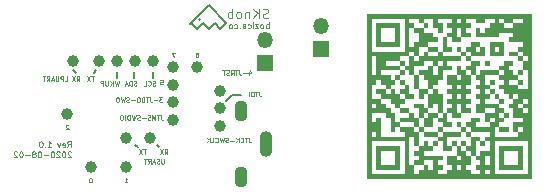
<source format=gbr>
%TF.GenerationSoftware,KiCad,Pcbnew,5.1.6-c6e7f7d~87~ubuntu18.04.1*%
%TF.CreationDate,2020-08-02T20:24:30+02:00*%
%TF.ProjectId,SKnob,534b6e6f-622e-46b6-9963-61645f706362,1.0*%
%TF.SameCoordinates,Original*%
%TF.FileFunction,Soldermask,Bot*%
%TF.FilePolarity,Negative*%
%FSLAX46Y46*%
G04 Gerber Fmt 4.6, Leading zero omitted, Abs format (unit mm)*
G04 Created by KiCad (PCBNEW 5.1.6-c6e7f7d~87~ubuntu18.04.1) date 2020-08-02 20:24:30*
%MOMM*%
%LPD*%
G01*
G04 APERTURE LIST*
%ADD10C,0.150000*%
%ADD11C,0.100000*%
%ADD12C,1.000000*%
%ADD13O,1.100000X2.200000*%
%ADD14O,1.100000X1.800000*%
%ADD15O,1.350000X1.350000*%
%ADD16R,1.350000X1.350000*%
G04 APERTURE END LIST*
D10*
X109750000Y-78500000D02*
X109500000Y-78250000D01*
X111250000Y-78500000D02*
X111500000Y-78250000D01*
D11*
X108809523Y-79180952D02*
X109000000Y-79180952D01*
X109000000Y-78780952D01*
X108676190Y-79180952D02*
X108676190Y-78780952D01*
X108523809Y-78780952D01*
X108485714Y-78800000D01*
X108466666Y-78819047D01*
X108447619Y-78857142D01*
X108447619Y-78914285D01*
X108466666Y-78952380D01*
X108485714Y-78971428D01*
X108523809Y-78990476D01*
X108676190Y-78990476D01*
X108276190Y-78780952D02*
X108276190Y-79104761D01*
X108257142Y-79142857D01*
X108238095Y-79161904D01*
X108200000Y-79180952D01*
X108123809Y-79180952D01*
X108085714Y-79161904D01*
X108066666Y-79142857D01*
X108047619Y-79104761D01*
X108047619Y-78780952D01*
X107876190Y-79066666D02*
X107685714Y-79066666D01*
X107914285Y-79180952D02*
X107780952Y-78780952D01*
X107647619Y-79180952D01*
X107285714Y-79180952D02*
X107419047Y-78990476D01*
X107514285Y-79180952D02*
X107514285Y-78780952D01*
X107361904Y-78780952D01*
X107323809Y-78800000D01*
X107304761Y-78819047D01*
X107285714Y-78857142D01*
X107285714Y-78914285D01*
X107304761Y-78952380D01*
X107323809Y-78971428D01*
X107361904Y-78990476D01*
X107514285Y-78990476D01*
X107171428Y-78780952D02*
X106942857Y-78780952D01*
X107057142Y-79180952D02*
X107057142Y-78780952D01*
D10*
X116800000Y-84800000D02*
X116600000Y-84600000D01*
X115000000Y-84800000D02*
X114800000Y-84600000D01*
D11*
X117228571Y-85780952D02*
X117228571Y-86104761D01*
X117209523Y-86142857D01*
X117190476Y-86161904D01*
X117152380Y-86180952D01*
X117076190Y-86180952D01*
X117038095Y-86161904D01*
X117019047Y-86142857D01*
X117000000Y-86104761D01*
X117000000Y-85780952D01*
X116828571Y-86161904D02*
X116771428Y-86180952D01*
X116676190Y-86180952D01*
X116638095Y-86161904D01*
X116619047Y-86142857D01*
X116600000Y-86104761D01*
X116600000Y-86066666D01*
X116619047Y-86028571D01*
X116638095Y-86009523D01*
X116676190Y-85990476D01*
X116752380Y-85971428D01*
X116790476Y-85952380D01*
X116809523Y-85933333D01*
X116828571Y-85895238D01*
X116828571Y-85857142D01*
X116809523Y-85819047D01*
X116790476Y-85800000D01*
X116752380Y-85780952D01*
X116657142Y-85780952D01*
X116600000Y-85800000D01*
X116447619Y-86066666D02*
X116257142Y-86066666D01*
X116485714Y-86180952D02*
X116352380Y-85780952D01*
X116219047Y-86180952D01*
X115857142Y-86180952D02*
X115990476Y-85990476D01*
X116085714Y-86180952D02*
X116085714Y-85780952D01*
X115933333Y-85780952D01*
X115895238Y-85800000D01*
X115876190Y-85819047D01*
X115857142Y-85857142D01*
X115857142Y-85914285D01*
X115876190Y-85952380D01*
X115895238Y-85971428D01*
X115933333Y-85990476D01*
X116085714Y-85990476D01*
X115742857Y-85780952D02*
X115514285Y-85780952D01*
X115628571Y-86180952D02*
X115628571Y-85780952D01*
X109816666Y-79180952D02*
X109950000Y-78990476D01*
X110045238Y-79180952D02*
X110045238Y-78780952D01*
X109892857Y-78780952D01*
X109854761Y-78800000D01*
X109835714Y-78819047D01*
X109816666Y-78857142D01*
X109816666Y-78914285D01*
X109835714Y-78952380D01*
X109854761Y-78971428D01*
X109892857Y-78990476D01*
X110045238Y-78990476D01*
X109683333Y-78780952D02*
X109416666Y-79180952D01*
X109416666Y-78780952D02*
X109683333Y-79180952D01*
X111304761Y-78780952D02*
X111076190Y-78780952D01*
X111190476Y-79180952D02*
X111190476Y-78780952D01*
X110980952Y-78780952D02*
X110714285Y-79180952D01*
X110714285Y-78780952D02*
X110980952Y-79180952D01*
D10*
X113200000Y-78900000D02*
X113200000Y-78400000D01*
D11*
X109030238Y-84801190D02*
X109196904Y-84563095D01*
X109315952Y-84801190D02*
X109315952Y-84301190D01*
X109125476Y-84301190D01*
X109077857Y-84325000D01*
X109054047Y-84348809D01*
X109030238Y-84396428D01*
X109030238Y-84467857D01*
X109054047Y-84515476D01*
X109077857Y-84539285D01*
X109125476Y-84563095D01*
X109315952Y-84563095D01*
X108625476Y-84777380D02*
X108673095Y-84801190D01*
X108768333Y-84801190D01*
X108815952Y-84777380D01*
X108839761Y-84729761D01*
X108839761Y-84539285D01*
X108815952Y-84491666D01*
X108768333Y-84467857D01*
X108673095Y-84467857D01*
X108625476Y-84491666D01*
X108601666Y-84539285D01*
X108601666Y-84586904D01*
X108839761Y-84634523D01*
X108435000Y-84467857D02*
X108315952Y-84801190D01*
X108196904Y-84467857D01*
X107363571Y-84801190D02*
X107649285Y-84801190D01*
X107506428Y-84801190D02*
X107506428Y-84301190D01*
X107554047Y-84372619D01*
X107601666Y-84420238D01*
X107649285Y-84444047D01*
X107149285Y-84753571D02*
X107125476Y-84777380D01*
X107149285Y-84801190D01*
X107173095Y-84777380D01*
X107149285Y-84753571D01*
X107149285Y-84801190D01*
X106815952Y-84301190D02*
X106768333Y-84301190D01*
X106720714Y-84325000D01*
X106696904Y-84348809D01*
X106673095Y-84396428D01*
X106649285Y-84491666D01*
X106649285Y-84610714D01*
X106673095Y-84705952D01*
X106696904Y-84753571D01*
X106720714Y-84777380D01*
X106768333Y-84801190D01*
X106815952Y-84801190D01*
X106863571Y-84777380D01*
X106887380Y-84753571D01*
X106911190Y-84705952D01*
X106935000Y-84610714D01*
X106935000Y-84491666D01*
X106911190Y-84396428D01*
X106887380Y-84348809D01*
X106863571Y-84325000D01*
X106815952Y-84301190D01*
X109339761Y-85198809D02*
X109315952Y-85175000D01*
X109268333Y-85151190D01*
X109149285Y-85151190D01*
X109101666Y-85175000D01*
X109077857Y-85198809D01*
X109054047Y-85246428D01*
X109054047Y-85294047D01*
X109077857Y-85365476D01*
X109363571Y-85651190D01*
X109054047Y-85651190D01*
X108744523Y-85151190D02*
X108696904Y-85151190D01*
X108649285Y-85175000D01*
X108625476Y-85198809D01*
X108601666Y-85246428D01*
X108577857Y-85341666D01*
X108577857Y-85460714D01*
X108601666Y-85555952D01*
X108625476Y-85603571D01*
X108649285Y-85627380D01*
X108696904Y-85651190D01*
X108744523Y-85651190D01*
X108792142Y-85627380D01*
X108815952Y-85603571D01*
X108839761Y-85555952D01*
X108863571Y-85460714D01*
X108863571Y-85341666D01*
X108839761Y-85246428D01*
X108815952Y-85198809D01*
X108792142Y-85175000D01*
X108744523Y-85151190D01*
X108387380Y-85198809D02*
X108363571Y-85175000D01*
X108315952Y-85151190D01*
X108196904Y-85151190D01*
X108149285Y-85175000D01*
X108125476Y-85198809D01*
X108101666Y-85246428D01*
X108101666Y-85294047D01*
X108125476Y-85365476D01*
X108411190Y-85651190D01*
X108101666Y-85651190D01*
X107792142Y-85151190D02*
X107744523Y-85151190D01*
X107696904Y-85175000D01*
X107673095Y-85198809D01*
X107649285Y-85246428D01*
X107625476Y-85341666D01*
X107625476Y-85460714D01*
X107649285Y-85555952D01*
X107673095Y-85603571D01*
X107696904Y-85627380D01*
X107744523Y-85651190D01*
X107792142Y-85651190D01*
X107839761Y-85627380D01*
X107863571Y-85603571D01*
X107887380Y-85555952D01*
X107911190Y-85460714D01*
X107911190Y-85341666D01*
X107887380Y-85246428D01*
X107863571Y-85198809D01*
X107839761Y-85175000D01*
X107792142Y-85151190D01*
X107411190Y-85460714D02*
X107030238Y-85460714D01*
X106696904Y-85151190D02*
X106649285Y-85151190D01*
X106601666Y-85175000D01*
X106577857Y-85198809D01*
X106554047Y-85246428D01*
X106530238Y-85341666D01*
X106530238Y-85460714D01*
X106554047Y-85555952D01*
X106577857Y-85603571D01*
X106601666Y-85627380D01*
X106649285Y-85651190D01*
X106696904Y-85651190D01*
X106744523Y-85627380D01*
X106768333Y-85603571D01*
X106792142Y-85555952D01*
X106815952Y-85460714D01*
X106815952Y-85341666D01*
X106792142Y-85246428D01*
X106768333Y-85198809D01*
X106744523Y-85175000D01*
X106696904Y-85151190D01*
X106244523Y-85365476D02*
X106292142Y-85341666D01*
X106315952Y-85317857D01*
X106339761Y-85270238D01*
X106339761Y-85246428D01*
X106315952Y-85198809D01*
X106292142Y-85175000D01*
X106244523Y-85151190D01*
X106149285Y-85151190D01*
X106101666Y-85175000D01*
X106077857Y-85198809D01*
X106054047Y-85246428D01*
X106054047Y-85270238D01*
X106077857Y-85317857D01*
X106101666Y-85341666D01*
X106149285Y-85365476D01*
X106244523Y-85365476D01*
X106292142Y-85389285D01*
X106315952Y-85413095D01*
X106339761Y-85460714D01*
X106339761Y-85555952D01*
X106315952Y-85603571D01*
X106292142Y-85627380D01*
X106244523Y-85651190D01*
X106149285Y-85651190D01*
X106101666Y-85627380D01*
X106077857Y-85603571D01*
X106054047Y-85555952D01*
X106054047Y-85460714D01*
X106077857Y-85413095D01*
X106101666Y-85389285D01*
X106149285Y-85365476D01*
X105839761Y-85460714D02*
X105458809Y-85460714D01*
X105125476Y-85151190D02*
X105077857Y-85151190D01*
X105030238Y-85175000D01*
X105006428Y-85198809D01*
X104982619Y-85246428D01*
X104958809Y-85341666D01*
X104958809Y-85460714D01*
X104982619Y-85555952D01*
X105006428Y-85603571D01*
X105030238Y-85627380D01*
X105077857Y-85651190D01*
X105125476Y-85651190D01*
X105173095Y-85627380D01*
X105196904Y-85603571D01*
X105220714Y-85555952D01*
X105244523Y-85460714D01*
X105244523Y-85341666D01*
X105220714Y-85246428D01*
X105196904Y-85198809D01*
X105173095Y-85175000D01*
X105125476Y-85151190D01*
X104768333Y-85198809D02*
X104744523Y-85175000D01*
X104696904Y-85151190D01*
X104577857Y-85151190D01*
X104530238Y-85175000D01*
X104506428Y-85198809D01*
X104482619Y-85246428D01*
X104482619Y-85294047D01*
X104506428Y-85365476D01*
X104792142Y-85651190D01*
X104482619Y-85651190D01*
X126065952Y-74726190D02*
X126065952Y-74226190D01*
X126065952Y-74416666D02*
X126018333Y-74392857D01*
X125923095Y-74392857D01*
X125875476Y-74416666D01*
X125851666Y-74440476D01*
X125827857Y-74488095D01*
X125827857Y-74630952D01*
X125851666Y-74678571D01*
X125875476Y-74702380D01*
X125923095Y-74726190D01*
X126018333Y-74726190D01*
X126065952Y-74702380D01*
X125542142Y-74726190D02*
X125589761Y-74702380D01*
X125613571Y-74678571D01*
X125637380Y-74630952D01*
X125637380Y-74488095D01*
X125613571Y-74440476D01*
X125589761Y-74416666D01*
X125542142Y-74392857D01*
X125470714Y-74392857D01*
X125423095Y-74416666D01*
X125399285Y-74440476D01*
X125375476Y-74488095D01*
X125375476Y-74630952D01*
X125399285Y-74678571D01*
X125423095Y-74702380D01*
X125470714Y-74726190D01*
X125542142Y-74726190D01*
X125208809Y-74392857D02*
X124946904Y-74392857D01*
X125208809Y-74726190D01*
X124946904Y-74726190D01*
X124756428Y-74726190D02*
X124756428Y-74392857D01*
X124756428Y-74226190D02*
X124780238Y-74250000D01*
X124756428Y-74273809D01*
X124732619Y-74250000D01*
X124756428Y-74226190D01*
X124756428Y-74273809D01*
X124304047Y-74702380D02*
X124351666Y-74726190D01*
X124446904Y-74726190D01*
X124494523Y-74702380D01*
X124518333Y-74678571D01*
X124542142Y-74630952D01*
X124542142Y-74488095D01*
X124518333Y-74440476D01*
X124494523Y-74416666D01*
X124446904Y-74392857D01*
X124351666Y-74392857D01*
X124304047Y-74416666D01*
X123875476Y-74726190D02*
X123875476Y-74464285D01*
X123899285Y-74416666D01*
X123946904Y-74392857D01*
X124042142Y-74392857D01*
X124089761Y-74416666D01*
X123875476Y-74702380D02*
X123923095Y-74726190D01*
X124042142Y-74726190D01*
X124089761Y-74702380D01*
X124113571Y-74654761D01*
X124113571Y-74607142D01*
X124089761Y-74559523D01*
X124042142Y-74535714D01*
X123923095Y-74535714D01*
X123875476Y-74511904D01*
X123637380Y-74678571D02*
X123613571Y-74702380D01*
X123637380Y-74726190D01*
X123661190Y-74702380D01*
X123637380Y-74678571D01*
X123637380Y-74726190D01*
X123185000Y-74702380D02*
X123232619Y-74726190D01*
X123327857Y-74726190D01*
X123375476Y-74702380D01*
X123399285Y-74678571D01*
X123423095Y-74630952D01*
X123423095Y-74488095D01*
X123399285Y-74440476D01*
X123375476Y-74416666D01*
X123327857Y-74392857D01*
X123232619Y-74392857D01*
X123185000Y-74416666D01*
X122899285Y-74726190D02*
X122946904Y-74702380D01*
X122970714Y-74678571D01*
X122994523Y-74630952D01*
X122994523Y-74488095D01*
X122970714Y-74440476D01*
X122946904Y-74416666D01*
X122899285Y-74392857D01*
X122827857Y-74392857D01*
X122780238Y-74416666D01*
X122756428Y-74440476D01*
X122732619Y-74488095D01*
X122732619Y-74630952D01*
X122756428Y-74678571D01*
X122780238Y-74702380D01*
X122827857Y-74726190D01*
X122899285Y-74726190D01*
X113380952Y-79180952D02*
X113285714Y-79580952D01*
X113209523Y-79295238D01*
X113133333Y-79580952D01*
X113038095Y-79180952D01*
X112885714Y-79580952D02*
X112885714Y-79180952D01*
X112657142Y-79580952D02*
X112828571Y-79352380D01*
X112657142Y-79180952D02*
X112885714Y-79409523D01*
X112485714Y-79180952D02*
X112485714Y-79504761D01*
X112466666Y-79542857D01*
X112447619Y-79561904D01*
X112409523Y-79580952D01*
X112333333Y-79580952D01*
X112295238Y-79561904D01*
X112276190Y-79542857D01*
X112257142Y-79504761D01*
X112257142Y-79180952D01*
X112066666Y-79580952D02*
X112066666Y-79180952D01*
X111914285Y-79180952D01*
X111876190Y-79200000D01*
X111857142Y-79219047D01*
X111838095Y-79257142D01*
X111838095Y-79314285D01*
X111857142Y-79352380D01*
X111876190Y-79371428D01*
X111914285Y-79390476D01*
X112066666Y-79390476D01*
D10*
X114700000Y-78900000D02*
X114700000Y-78400000D01*
X116300000Y-78900000D02*
X116300000Y-78400000D01*
X123000000Y-80400000D02*
X122500000Y-80900000D01*
X123700000Y-80400000D02*
X123000000Y-80400000D01*
D11*
X125290476Y-80080952D02*
X125290476Y-80366666D01*
X125309523Y-80423809D01*
X125347619Y-80461904D01*
X125404761Y-80480952D01*
X125442857Y-80480952D01*
X125157142Y-80080952D02*
X124928571Y-80080952D01*
X125042857Y-80480952D02*
X125042857Y-80080952D01*
X124795238Y-80480952D02*
X124795238Y-80080952D01*
X124700000Y-80080952D01*
X124642857Y-80100000D01*
X124604761Y-80138095D01*
X124585714Y-80176190D01*
X124566666Y-80252380D01*
X124566666Y-80309523D01*
X124585714Y-80385714D01*
X124604761Y-80423809D01*
X124642857Y-80461904D01*
X124700000Y-80480952D01*
X124795238Y-80480952D01*
X124395238Y-80480952D02*
X124395238Y-80080952D01*
X124423809Y-83980952D02*
X124423809Y-84266666D01*
X124442857Y-84323809D01*
X124480952Y-84361904D01*
X124538095Y-84380952D01*
X124576190Y-84380952D01*
X124290476Y-83980952D02*
X124061904Y-83980952D01*
X124176190Y-84380952D02*
X124176190Y-83980952D01*
X123700000Y-84342857D02*
X123719047Y-84361904D01*
X123776190Y-84380952D01*
X123814285Y-84380952D01*
X123871428Y-84361904D01*
X123909523Y-84323809D01*
X123928571Y-84285714D01*
X123947619Y-84209523D01*
X123947619Y-84152380D01*
X123928571Y-84076190D01*
X123909523Y-84038095D01*
X123871428Y-84000000D01*
X123814285Y-83980952D01*
X123776190Y-83980952D01*
X123719047Y-84000000D01*
X123700000Y-84019047D01*
X123528571Y-84380952D02*
X123528571Y-83980952D01*
X123300000Y-84380952D02*
X123471428Y-84152380D01*
X123300000Y-83980952D02*
X123528571Y-84209523D01*
X123128571Y-84228571D02*
X122823809Y-84228571D01*
X122652380Y-84361904D02*
X122595238Y-84380952D01*
X122500000Y-84380952D01*
X122461904Y-84361904D01*
X122442857Y-84342857D01*
X122423809Y-84304761D01*
X122423809Y-84266666D01*
X122442857Y-84228571D01*
X122461904Y-84209523D01*
X122500000Y-84190476D01*
X122576190Y-84171428D01*
X122614285Y-84152380D01*
X122633333Y-84133333D01*
X122652380Y-84095238D01*
X122652380Y-84057142D01*
X122633333Y-84019047D01*
X122614285Y-84000000D01*
X122576190Y-83980952D01*
X122480952Y-83980952D01*
X122423809Y-84000000D01*
X122290476Y-83980952D02*
X122195238Y-84380952D01*
X122119047Y-84095238D01*
X122042857Y-84380952D01*
X121947619Y-83980952D01*
X121566666Y-84342857D02*
X121585714Y-84361904D01*
X121642857Y-84380952D01*
X121680952Y-84380952D01*
X121738095Y-84361904D01*
X121776190Y-84323809D01*
X121795238Y-84285714D01*
X121814285Y-84209523D01*
X121814285Y-84152380D01*
X121795238Y-84076190D01*
X121776190Y-84038095D01*
X121738095Y-84000000D01*
X121680952Y-83980952D01*
X121642857Y-83980952D01*
X121585714Y-84000000D01*
X121566666Y-84019047D01*
X121204761Y-84380952D02*
X121395238Y-84380952D01*
X121395238Y-83980952D01*
X121071428Y-84380952D02*
X121071428Y-83980952D01*
X120842857Y-84380952D02*
X121014285Y-84152380D01*
X120842857Y-83980952D02*
X121071428Y-84209523D01*
X116985714Y-82080952D02*
X116985714Y-82366666D01*
X117004761Y-82423809D01*
X117042857Y-82461904D01*
X117100000Y-82480952D01*
X117138095Y-82480952D01*
X116852380Y-82080952D02*
X116623809Y-82080952D01*
X116738095Y-82480952D02*
X116738095Y-82080952D01*
X116490476Y-82480952D02*
X116490476Y-82080952D01*
X116357142Y-82366666D01*
X116223809Y-82080952D01*
X116223809Y-82480952D01*
X116052380Y-82461904D02*
X115995238Y-82480952D01*
X115900000Y-82480952D01*
X115861904Y-82461904D01*
X115842857Y-82442857D01*
X115823809Y-82404761D01*
X115823809Y-82366666D01*
X115842857Y-82328571D01*
X115861904Y-82309523D01*
X115900000Y-82290476D01*
X115976190Y-82271428D01*
X116014285Y-82252380D01*
X116033333Y-82233333D01*
X116052380Y-82195238D01*
X116052380Y-82157142D01*
X116033333Y-82119047D01*
X116014285Y-82100000D01*
X115976190Y-82080952D01*
X115880952Y-82080952D01*
X115823809Y-82100000D01*
X115652380Y-82328571D02*
X115347619Y-82328571D01*
X115176190Y-82461904D02*
X115119047Y-82480952D01*
X115023809Y-82480952D01*
X114985714Y-82461904D01*
X114966666Y-82442857D01*
X114947619Y-82404761D01*
X114947619Y-82366666D01*
X114966666Y-82328571D01*
X114985714Y-82309523D01*
X115023809Y-82290476D01*
X115100000Y-82271428D01*
X115138095Y-82252380D01*
X115157142Y-82233333D01*
X115176190Y-82195238D01*
X115176190Y-82157142D01*
X115157142Y-82119047D01*
X115138095Y-82100000D01*
X115100000Y-82080952D01*
X115004761Y-82080952D01*
X114947619Y-82100000D01*
X114814285Y-82080952D02*
X114719047Y-82480952D01*
X114642857Y-82195238D01*
X114566666Y-82480952D01*
X114471428Y-82080952D01*
X114319047Y-82480952D02*
X114319047Y-82080952D01*
X114223809Y-82080952D01*
X114166666Y-82100000D01*
X114128571Y-82138095D01*
X114109523Y-82176190D01*
X114090476Y-82252380D01*
X114090476Y-82309523D01*
X114109523Y-82385714D01*
X114128571Y-82423809D01*
X114166666Y-82461904D01*
X114223809Y-82480952D01*
X114319047Y-82480952D01*
X113919047Y-82480952D02*
X113919047Y-82080952D01*
X113652380Y-82080952D02*
X113576190Y-82080952D01*
X113538095Y-82100000D01*
X113500000Y-82138095D01*
X113480952Y-82214285D01*
X113480952Y-82347619D01*
X113500000Y-82423809D01*
X113538095Y-82461904D01*
X113576190Y-82480952D01*
X113652380Y-82480952D01*
X113690476Y-82461904D01*
X113728571Y-82423809D01*
X113747619Y-82347619D01*
X113747619Y-82214285D01*
X113728571Y-82138095D01*
X113690476Y-82100000D01*
X113652380Y-82080952D01*
X109114285Y-82919047D02*
X109095238Y-82900000D01*
X109057142Y-82880952D01*
X108961904Y-82880952D01*
X108923809Y-82900000D01*
X108904761Y-82919047D01*
X108885714Y-82957142D01*
X108885714Y-82995238D01*
X108904761Y-83052380D01*
X109133333Y-83280952D01*
X108885714Y-83280952D01*
X111019047Y-87380952D02*
X110980952Y-87380952D01*
X110942857Y-87400000D01*
X110923809Y-87419047D01*
X110904761Y-87457142D01*
X110885714Y-87533333D01*
X110885714Y-87628571D01*
X110904761Y-87704761D01*
X110923809Y-87742857D01*
X110942857Y-87761904D01*
X110980952Y-87780952D01*
X111019047Y-87780952D01*
X111057142Y-87761904D01*
X111076190Y-87742857D01*
X111095238Y-87704761D01*
X111114285Y-87628571D01*
X111114285Y-87533333D01*
X111095238Y-87457142D01*
X111076190Y-87419047D01*
X111057142Y-87400000D01*
X111019047Y-87380952D01*
X113885714Y-87780952D02*
X114114285Y-87780952D01*
X114000000Y-87780952D02*
X114000000Y-87380952D01*
X114038095Y-87438095D01*
X114076190Y-87476190D01*
X114114285Y-87495238D01*
X117071428Y-80580952D02*
X116823809Y-80580952D01*
X116957142Y-80733333D01*
X116900000Y-80733333D01*
X116861904Y-80752380D01*
X116842857Y-80771428D01*
X116823809Y-80809523D01*
X116823809Y-80904761D01*
X116842857Y-80942857D01*
X116861904Y-80961904D01*
X116900000Y-80980952D01*
X117014285Y-80980952D01*
X117052380Y-80961904D01*
X117071428Y-80942857D01*
X116652380Y-80828571D02*
X116347619Y-80828571D01*
X116042857Y-80580952D02*
X116042857Y-80866666D01*
X116061904Y-80923809D01*
X116100000Y-80961904D01*
X116157142Y-80980952D01*
X116195238Y-80980952D01*
X115909523Y-80580952D02*
X115680952Y-80580952D01*
X115795238Y-80980952D02*
X115795238Y-80580952D01*
X115547619Y-80980952D02*
X115547619Y-80580952D01*
X115452380Y-80580952D01*
X115395238Y-80600000D01*
X115357142Y-80638095D01*
X115338095Y-80676190D01*
X115319047Y-80752380D01*
X115319047Y-80809523D01*
X115338095Y-80885714D01*
X115357142Y-80923809D01*
X115395238Y-80961904D01*
X115452380Y-80980952D01*
X115547619Y-80980952D01*
X115071428Y-80580952D02*
X114995238Y-80580952D01*
X114957142Y-80600000D01*
X114919047Y-80638095D01*
X114900000Y-80714285D01*
X114900000Y-80847619D01*
X114919047Y-80923809D01*
X114957142Y-80961904D01*
X114995238Y-80980952D01*
X115071428Y-80980952D01*
X115109523Y-80961904D01*
X115147619Y-80923809D01*
X115166666Y-80847619D01*
X115166666Y-80714285D01*
X115147619Y-80638095D01*
X115109523Y-80600000D01*
X115071428Y-80580952D01*
X114728571Y-80828571D02*
X114423809Y-80828571D01*
X114252380Y-80961904D02*
X114195238Y-80980952D01*
X114100000Y-80980952D01*
X114061904Y-80961904D01*
X114042857Y-80942857D01*
X114023809Y-80904761D01*
X114023809Y-80866666D01*
X114042857Y-80828571D01*
X114061904Y-80809523D01*
X114100000Y-80790476D01*
X114176190Y-80771428D01*
X114214285Y-80752380D01*
X114233333Y-80733333D01*
X114252380Y-80695238D01*
X114252380Y-80657142D01*
X114233333Y-80619047D01*
X114214285Y-80600000D01*
X114176190Y-80580952D01*
X114080952Y-80580952D01*
X114023809Y-80600000D01*
X113890476Y-80580952D02*
X113795238Y-80980952D01*
X113719047Y-80695238D01*
X113642857Y-80980952D01*
X113547619Y-80580952D01*
X113319047Y-80580952D02*
X113242857Y-80580952D01*
X113204761Y-80600000D01*
X113166666Y-80638095D01*
X113147619Y-80714285D01*
X113147619Y-80847619D01*
X113166666Y-80923809D01*
X113204761Y-80961904D01*
X113242857Y-80980952D01*
X113319047Y-80980952D01*
X113357142Y-80961904D01*
X113395238Y-80923809D01*
X113414285Y-80847619D01*
X113414285Y-80714285D01*
X113395238Y-80638095D01*
X113357142Y-80600000D01*
X113319047Y-80580952D01*
X124419047Y-78414285D02*
X124419047Y-78680952D01*
X124514285Y-78261904D02*
X124609523Y-78547619D01*
X124361904Y-78547619D01*
X124209523Y-78528571D02*
X123904761Y-78528571D01*
X123600000Y-78280952D02*
X123600000Y-78566666D01*
X123619047Y-78623809D01*
X123657142Y-78661904D01*
X123714285Y-78680952D01*
X123752380Y-78680952D01*
X123466666Y-78280952D02*
X123238095Y-78280952D01*
X123352380Y-78680952D02*
X123352380Y-78280952D01*
X122876190Y-78680952D02*
X123009523Y-78490476D01*
X123104761Y-78680952D02*
X123104761Y-78280952D01*
X122952380Y-78280952D01*
X122914285Y-78300000D01*
X122895238Y-78319047D01*
X122876190Y-78357142D01*
X122876190Y-78414285D01*
X122895238Y-78452380D01*
X122914285Y-78471428D01*
X122952380Y-78490476D01*
X123104761Y-78490476D01*
X122723809Y-78661904D02*
X122666666Y-78680952D01*
X122571428Y-78680952D01*
X122533333Y-78661904D01*
X122514285Y-78642857D01*
X122495238Y-78604761D01*
X122495238Y-78566666D01*
X122514285Y-78528571D01*
X122533333Y-78509523D01*
X122571428Y-78490476D01*
X122647619Y-78471428D01*
X122685714Y-78452380D01*
X122704761Y-78433333D01*
X122723809Y-78395238D01*
X122723809Y-78357142D01*
X122704761Y-78319047D01*
X122685714Y-78300000D01*
X122647619Y-78280952D01*
X122552380Y-78280952D01*
X122495238Y-78300000D01*
X122380952Y-78280952D02*
X122152380Y-78280952D01*
X122266666Y-78680952D02*
X122266666Y-78280952D01*
X116904761Y-79080952D02*
X117095238Y-79080952D01*
X117114285Y-79271428D01*
X117095238Y-79252380D01*
X117057142Y-79233333D01*
X116961904Y-79233333D01*
X116923809Y-79252380D01*
X116904761Y-79271428D01*
X116885714Y-79309523D01*
X116885714Y-79404761D01*
X116904761Y-79442857D01*
X116923809Y-79461904D01*
X116961904Y-79480952D01*
X117057142Y-79480952D01*
X117095238Y-79461904D01*
X117114285Y-79442857D01*
X119923809Y-76780952D02*
X120000000Y-76780952D01*
X120038095Y-76800000D01*
X120057142Y-76819047D01*
X120095238Y-76876190D01*
X120114285Y-76952380D01*
X120114285Y-77104761D01*
X120095238Y-77142857D01*
X120076190Y-77161904D01*
X120038095Y-77180952D01*
X119961904Y-77180952D01*
X119923809Y-77161904D01*
X119904761Y-77142857D01*
X119885714Y-77104761D01*
X119885714Y-77009523D01*
X119904761Y-76971428D01*
X119923809Y-76952380D01*
X119961904Y-76933333D01*
X120038095Y-76933333D01*
X120076190Y-76952380D01*
X120095238Y-76971428D01*
X120114285Y-77009523D01*
X118133333Y-76780952D02*
X117866666Y-76780952D01*
X118038095Y-77180952D01*
X115704761Y-84980952D02*
X115476190Y-84980952D01*
X115590476Y-85380952D02*
X115590476Y-84980952D01*
X115380952Y-84980952D02*
X115114285Y-85380952D01*
X115114285Y-84980952D02*
X115380952Y-85380952D01*
X117266666Y-85380952D02*
X117400000Y-85190476D01*
X117495238Y-85380952D02*
X117495238Y-84980952D01*
X117342857Y-84980952D01*
X117304761Y-85000000D01*
X117285714Y-85019047D01*
X117266666Y-85057142D01*
X117266666Y-85114285D01*
X117285714Y-85152380D01*
X117304761Y-85171428D01*
X117342857Y-85190476D01*
X117495238Y-85190476D01*
X117133333Y-84980952D02*
X116866666Y-85380952D01*
X116866666Y-84980952D02*
X117133333Y-85380952D01*
X126032619Y-73823809D02*
X125918333Y-73861904D01*
X125727857Y-73861904D01*
X125651666Y-73823809D01*
X125613571Y-73785714D01*
X125575476Y-73709523D01*
X125575476Y-73633333D01*
X125613571Y-73557142D01*
X125651666Y-73519047D01*
X125727857Y-73480952D01*
X125880238Y-73442857D01*
X125956428Y-73404761D01*
X125994523Y-73366666D01*
X126032619Y-73290476D01*
X126032619Y-73214285D01*
X125994523Y-73138095D01*
X125956428Y-73100000D01*
X125880238Y-73061904D01*
X125689761Y-73061904D01*
X125575476Y-73100000D01*
X125232619Y-73861904D02*
X125232619Y-73061904D01*
X124775476Y-73861904D02*
X125118333Y-73404761D01*
X124775476Y-73061904D02*
X125232619Y-73519047D01*
X124432619Y-73328571D02*
X124432619Y-73861904D01*
X124432619Y-73404761D02*
X124394523Y-73366666D01*
X124318333Y-73328571D01*
X124204047Y-73328571D01*
X124127857Y-73366666D01*
X124089761Y-73442857D01*
X124089761Y-73861904D01*
X123594523Y-73861904D02*
X123670714Y-73823809D01*
X123708809Y-73785714D01*
X123746904Y-73709523D01*
X123746904Y-73480952D01*
X123708809Y-73404761D01*
X123670714Y-73366666D01*
X123594523Y-73328571D01*
X123480238Y-73328571D01*
X123404047Y-73366666D01*
X123365952Y-73404761D01*
X123327857Y-73480952D01*
X123327857Y-73709523D01*
X123365952Y-73785714D01*
X123404047Y-73823809D01*
X123480238Y-73861904D01*
X123594523Y-73861904D01*
X122985000Y-73861904D02*
X122985000Y-73061904D01*
X122985000Y-73366666D02*
X122908809Y-73328571D01*
X122756428Y-73328571D01*
X122680238Y-73366666D01*
X122642142Y-73404761D01*
X122604047Y-73480952D01*
X122604047Y-73709523D01*
X122642142Y-73785714D01*
X122680238Y-73823809D01*
X122756428Y-73861904D01*
X122908809Y-73861904D01*
X122985000Y-73823809D01*
X114885714Y-79561904D02*
X114828571Y-79580952D01*
X114733333Y-79580952D01*
X114695238Y-79561904D01*
X114676190Y-79542857D01*
X114657142Y-79504761D01*
X114657142Y-79466666D01*
X114676190Y-79428571D01*
X114695238Y-79409523D01*
X114733333Y-79390476D01*
X114809523Y-79371428D01*
X114847619Y-79352380D01*
X114866666Y-79333333D01*
X114885714Y-79295238D01*
X114885714Y-79257142D01*
X114866666Y-79219047D01*
X114847619Y-79200000D01*
X114809523Y-79180952D01*
X114714285Y-79180952D01*
X114657142Y-79200000D01*
X114485714Y-79580952D02*
X114485714Y-79180952D01*
X114390476Y-79180952D01*
X114333333Y-79200000D01*
X114295238Y-79238095D01*
X114276190Y-79276190D01*
X114257142Y-79352380D01*
X114257142Y-79409523D01*
X114276190Y-79485714D01*
X114295238Y-79523809D01*
X114333333Y-79561904D01*
X114390476Y-79580952D01*
X114485714Y-79580952D01*
X114104761Y-79466666D02*
X113914285Y-79466666D01*
X114142857Y-79580952D02*
X114009523Y-79180952D01*
X113876190Y-79580952D01*
X116476190Y-79561904D02*
X116419047Y-79580952D01*
X116323809Y-79580952D01*
X116285714Y-79561904D01*
X116266666Y-79542857D01*
X116247619Y-79504761D01*
X116247619Y-79466666D01*
X116266666Y-79428571D01*
X116285714Y-79409523D01*
X116323809Y-79390476D01*
X116400000Y-79371428D01*
X116438095Y-79352380D01*
X116457142Y-79333333D01*
X116476190Y-79295238D01*
X116476190Y-79257142D01*
X116457142Y-79219047D01*
X116438095Y-79200000D01*
X116400000Y-79180952D01*
X116304761Y-79180952D01*
X116247619Y-79200000D01*
X115847619Y-79542857D02*
X115866666Y-79561904D01*
X115923809Y-79580952D01*
X115961904Y-79580952D01*
X116019047Y-79561904D01*
X116057142Y-79523809D01*
X116076190Y-79485714D01*
X116095238Y-79409523D01*
X116095238Y-79352380D01*
X116076190Y-79276190D01*
X116057142Y-79238095D01*
X116019047Y-79200000D01*
X115961904Y-79180952D01*
X115923809Y-79180952D01*
X115866666Y-79200000D01*
X115847619Y-79219047D01*
X115485714Y-79580952D02*
X115676190Y-79580952D01*
X115676190Y-79180952D01*
%TO.C,QR\u002A\u002A\u002A\u002A\u002A*%
G36*
X134800000Y-87100000D02*
G01*
X134800000Y-87500000D01*
X134400000Y-87500000D01*
X134400000Y-87100000D01*
X134800000Y-87100000D01*
G37*
G36*
X135200000Y-87100000D02*
G01*
X135200000Y-87500000D01*
X134800000Y-87500000D01*
X134800000Y-87100000D01*
X135200000Y-87100000D01*
G37*
G36*
X135600000Y-87100000D02*
G01*
X135600000Y-87500000D01*
X135200000Y-87500000D01*
X135200000Y-87100000D01*
X135600000Y-87100000D01*
G37*
G36*
X136000000Y-87100000D02*
G01*
X136000000Y-87500000D01*
X135600000Y-87500000D01*
X135600000Y-87100000D01*
X136000000Y-87100000D01*
G37*
G36*
X136400000Y-87100000D02*
G01*
X136400000Y-87500000D01*
X136000000Y-87500000D01*
X136000000Y-87100000D01*
X136400000Y-87100000D01*
G37*
G36*
X136800000Y-87100000D02*
G01*
X136800000Y-87500000D01*
X136400000Y-87500000D01*
X136400000Y-87100000D01*
X136800000Y-87100000D01*
G37*
G36*
X137200000Y-87100000D02*
G01*
X137200000Y-87500000D01*
X136800000Y-87500000D01*
X136800000Y-87100000D01*
X137200000Y-87100000D01*
G37*
G36*
X137600000Y-87100000D02*
G01*
X137600000Y-87500000D01*
X137200000Y-87500000D01*
X137200000Y-87100000D01*
X137600000Y-87100000D01*
G37*
G36*
X138000000Y-87100000D02*
G01*
X138000000Y-87500000D01*
X137600000Y-87500000D01*
X137600000Y-87100000D01*
X138000000Y-87100000D01*
G37*
G36*
X138400000Y-87100000D02*
G01*
X138400000Y-87500000D01*
X138000000Y-87500000D01*
X138000000Y-87100000D01*
X138400000Y-87100000D01*
G37*
G36*
X138800000Y-87100000D02*
G01*
X138800000Y-87500000D01*
X138400000Y-87500000D01*
X138400000Y-87100000D01*
X138800000Y-87100000D01*
G37*
G36*
X139200000Y-87100000D02*
G01*
X139200000Y-87500000D01*
X138800000Y-87500000D01*
X138800000Y-87100000D01*
X139200000Y-87100000D01*
G37*
G36*
X139600000Y-87100000D02*
G01*
X139600000Y-87500000D01*
X139200000Y-87500000D01*
X139200000Y-87100000D01*
X139600000Y-87100000D01*
G37*
G36*
X140000000Y-87100000D02*
G01*
X140000000Y-87500000D01*
X139600000Y-87500000D01*
X139600000Y-87100000D01*
X140000000Y-87100000D01*
G37*
G36*
X140400000Y-87100000D02*
G01*
X140400000Y-87500000D01*
X140000000Y-87500000D01*
X140000000Y-87100000D01*
X140400000Y-87100000D01*
G37*
G36*
X140800000Y-87100000D02*
G01*
X140800000Y-87500000D01*
X140400000Y-87500000D01*
X140400000Y-87100000D01*
X140800000Y-87100000D01*
G37*
G36*
X141200000Y-87100000D02*
G01*
X141200000Y-87500000D01*
X140800000Y-87500000D01*
X140800000Y-87100000D01*
X141200000Y-87100000D01*
G37*
G36*
X141600000Y-87100000D02*
G01*
X141600000Y-87500000D01*
X141200000Y-87500000D01*
X141200000Y-87100000D01*
X141600000Y-87100000D01*
G37*
G36*
X142000000Y-87100000D02*
G01*
X142000000Y-87500000D01*
X141600000Y-87500000D01*
X141600000Y-87100000D01*
X142000000Y-87100000D01*
G37*
G36*
X142400000Y-87100000D02*
G01*
X142400000Y-87500000D01*
X142000000Y-87500000D01*
X142000000Y-87100000D01*
X142400000Y-87100000D01*
G37*
G36*
X142800000Y-87100000D02*
G01*
X142800000Y-87500000D01*
X142400000Y-87500000D01*
X142400000Y-87100000D01*
X142800000Y-87100000D01*
G37*
G36*
X143200000Y-87100000D02*
G01*
X143200000Y-87500000D01*
X142800000Y-87500000D01*
X142800000Y-87100000D01*
X143200000Y-87100000D01*
G37*
G36*
X143600000Y-87100000D02*
G01*
X143600000Y-87500000D01*
X143200000Y-87500000D01*
X143200000Y-87100000D01*
X143600000Y-87100000D01*
G37*
G36*
X144000000Y-87100000D02*
G01*
X144000000Y-87500000D01*
X143600000Y-87500000D01*
X143600000Y-87100000D01*
X144000000Y-87100000D01*
G37*
G36*
X144400000Y-87100000D02*
G01*
X144400000Y-87500000D01*
X144000000Y-87500000D01*
X144000000Y-87100000D01*
X144400000Y-87100000D01*
G37*
G36*
X144800000Y-87100000D02*
G01*
X144800000Y-87500000D01*
X144400000Y-87500000D01*
X144400000Y-87100000D01*
X144800000Y-87100000D01*
G37*
G36*
X145200000Y-87100000D02*
G01*
X145200000Y-87500000D01*
X144800000Y-87500000D01*
X144800000Y-87100000D01*
X145200000Y-87100000D01*
G37*
G36*
X145600000Y-87100000D02*
G01*
X145600000Y-87500000D01*
X145200000Y-87500000D01*
X145200000Y-87100000D01*
X145600000Y-87100000D01*
G37*
G36*
X146000000Y-87100000D02*
G01*
X146000000Y-87500000D01*
X145600000Y-87500000D01*
X145600000Y-87100000D01*
X146000000Y-87100000D01*
G37*
G36*
X146400000Y-87100000D02*
G01*
X146400000Y-87500000D01*
X146000000Y-87500000D01*
X146000000Y-87100000D01*
X146400000Y-87100000D01*
G37*
G36*
X146800000Y-87100000D02*
G01*
X146800000Y-87500000D01*
X146400000Y-87500000D01*
X146400000Y-87100000D01*
X146800000Y-87100000D01*
G37*
G36*
X147200000Y-87100000D02*
G01*
X147200000Y-87500000D01*
X146800000Y-87500000D01*
X146800000Y-87100000D01*
X147200000Y-87100000D01*
G37*
G36*
X147600000Y-87100000D02*
G01*
X147600000Y-87500000D01*
X147200000Y-87500000D01*
X147200000Y-87100000D01*
X147600000Y-87100000D01*
G37*
G36*
X148000000Y-87100000D02*
G01*
X148000000Y-87500000D01*
X147600000Y-87500000D01*
X147600000Y-87100000D01*
X148000000Y-87100000D01*
G37*
G36*
X148400000Y-87100000D02*
G01*
X148400000Y-87500000D01*
X148000000Y-87500000D01*
X148000000Y-87100000D01*
X148400000Y-87100000D01*
G37*
G36*
X134800000Y-86700000D02*
G01*
X134800000Y-87100000D01*
X134400000Y-87100000D01*
X134400000Y-86700000D01*
X134800000Y-86700000D01*
G37*
G36*
X138000000Y-86700000D02*
G01*
X138000000Y-87100000D01*
X137600000Y-87100000D01*
X137600000Y-86700000D01*
X138000000Y-86700000D01*
G37*
G36*
X138400000Y-86700000D02*
G01*
X138400000Y-87100000D01*
X138000000Y-87100000D01*
X138000000Y-86700000D01*
X138400000Y-86700000D01*
G37*
G36*
X139200000Y-86700000D02*
G01*
X139200000Y-87100000D01*
X138800000Y-87100000D01*
X138800000Y-86700000D01*
X139200000Y-86700000D01*
G37*
G36*
X139600000Y-86700000D02*
G01*
X139600000Y-87100000D01*
X139200000Y-87100000D01*
X139200000Y-86700000D01*
X139600000Y-86700000D01*
G37*
G36*
X140000000Y-86700000D02*
G01*
X140000000Y-87100000D01*
X139600000Y-87100000D01*
X139600000Y-86700000D01*
X140000000Y-86700000D01*
G37*
G36*
X140400000Y-86700000D02*
G01*
X140400000Y-87100000D01*
X140000000Y-87100000D01*
X140000000Y-86700000D01*
X140400000Y-86700000D01*
G37*
G36*
X141600000Y-86700000D02*
G01*
X141600000Y-87100000D01*
X141200000Y-87100000D01*
X141200000Y-86700000D01*
X141600000Y-86700000D01*
G37*
G36*
X142000000Y-86700000D02*
G01*
X142000000Y-87100000D01*
X141600000Y-87100000D01*
X141600000Y-86700000D01*
X142000000Y-86700000D01*
G37*
G36*
X142400000Y-86700000D02*
G01*
X142400000Y-87100000D01*
X142000000Y-87100000D01*
X142000000Y-86700000D01*
X142400000Y-86700000D01*
G37*
G36*
X142800000Y-86700000D02*
G01*
X142800000Y-87100000D01*
X142400000Y-87100000D01*
X142400000Y-86700000D01*
X142800000Y-86700000D01*
G37*
G36*
X143200000Y-86700000D02*
G01*
X143200000Y-87100000D01*
X142800000Y-87100000D01*
X142800000Y-86700000D01*
X143200000Y-86700000D01*
G37*
G36*
X144400000Y-86700000D02*
G01*
X144400000Y-87100000D01*
X144000000Y-87100000D01*
X144000000Y-86700000D01*
X144400000Y-86700000D01*
G37*
G36*
X145200000Y-86700000D02*
G01*
X145200000Y-87100000D01*
X144800000Y-87100000D01*
X144800000Y-86700000D01*
X145200000Y-86700000D01*
G37*
G36*
X148400000Y-86700000D02*
G01*
X148400000Y-87100000D01*
X148000000Y-87100000D01*
X148000000Y-86700000D01*
X148400000Y-86700000D01*
G37*
G36*
X134800000Y-86300000D02*
G01*
X134800000Y-86700000D01*
X134400000Y-86700000D01*
X134400000Y-86300000D01*
X134800000Y-86300000D01*
G37*
G36*
X135600000Y-86300000D02*
G01*
X135600000Y-86700000D01*
X135200000Y-86700000D01*
X135200000Y-86300000D01*
X135600000Y-86300000D01*
G37*
G36*
X136000000Y-86300000D02*
G01*
X136000000Y-86700000D01*
X135600000Y-86700000D01*
X135600000Y-86300000D01*
X136000000Y-86300000D01*
G37*
G36*
X136400000Y-86300000D02*
G01*
X136400000Y-86700000D01*
X136000000Y-86700000D01*
X136000000Y-86300000D01*
X136400000Y-86300000D01*
G37*
G36*
X136800000Y-86300000D02*
G01*
X136800000Y-86700000D01*
X136400000Y-86700000D01*
X136400000Y-86300000D01*
X136800000Y-86300000D01*
G37*
G36*
X137200000Y-86300000D02*
G01*
X137200000Y-86700000D01*
X136800000Y-86700000D01*
X136800000Y-86300000D01*
X137200000Y-86300000D01*
G37*
G36*
X138000000Y-86300000D02*
G01*
X138000000Y-86700000D01*
X137600000Y-86700000D01*
X137600000Y-86300000D01*
X138000000Y-86300000D01*
G37*
G36*
X138400000Y-86300000D02*
G01*
X138400000Y-86700000D01*
X138000000Y-86700000D01*
X138000000Y-86300000D01*
X138400000Y-86300000D01*
G37*
G36*
X139600000Y-86300000D02*
G01*
X139600000Y-86700000D01*
X139200000Y-86700000D01*
X139200000Y-86300000D01*
X139600000Y-86300000D01*
G37*
G36*
X140400000Y-86300000D02*
G01*
X140400000Y-86700000D01*
X140000000Y-86700000D01*
X140000000Y-86300000D01*
X140400000Y-86300000D01*
G37*
G36*
X140800000Y-86300000D02*
G01*
X140800000Y-86700000D01*
X140400000Y-86700000D01*
X140400000Y-86300000D01*
X140800000Y-86300000D01*
G37*
G36*
X142000000Y-86300000D02*
G01*
X142000000Y-86700000D01*
X141600000Y-86700000D01*
X141600000Y-86300000D01*
X142000000Y-86300000D01*
G37*
G36*
X142800000Y-86300000D02*
G01*
X142800000Y-86700000D01*
X142400000Y-86700000D01*
X142400000Y-86300000D01*
X142800000Y-86300000D01*
G37*
G36*
X144000000Y-86300000D02*
G01*
X144000000Y-86700000D01*
X143600000Y-86700000D01*
X143600000Y-86300000D01*
X144000000Y-86300000D01*
G37*
G36*
X144400000Y-86300000D02*
G01*
X144400000Y-86700000D01*
X144000000Y-86700000D01*
X144000000Y-86300000D01*
X144400000Y-86300000D01*
G37*
G36*
X144800000Y-86300000D02*
G01*
X144800000Y-86700000D01*
X144400000Y-86700000D01*
X144400000Y-86300000D01*
X144800000Y-86300000D01*
G37*
G36*
X145200000Y-86300000D02*
G01*
X145200000Y-86700000D01*
X144800000Y-86700000D01*
X144800000Y-86300000D01*
X145200000Y-86300000D01*
G37*
G36*
X146000000Y-86300000D02*
G01*
X146000000Y-86700000D01*
X145600000Y-86700000D01*
X145600000Y-86300000D01*
X146000000Y-86300000D01*
G37*
G36*
X146400000Y-86300000D02*
G01*
X146400000Y-86700000D01*
X146000000Y-86700000D01*
X146000000Y-86300000D01*
X146400000Y-86300000D01*
G37*
G36*
X146800000Y-86300000D02*
G01*
X146800000Y-86700000D01*
X146400000Y-86700000D01*
X146400000Y-86300000D01*
X146800000Y-86300000D01*
G37*
G36*
X147200000Y-86300000D02*
G01*
X147200000Y-86700000D01*
X146800000Y-86700000D01*
X146800000Y-86300000D01*
X147200000Y-86300000D01*
G37*
G36*
X147600000Y-86300000D02*
G01*
X147600000Y-86700000D01*
X147200000Y-86700000D01*
X147200000Y-86300000D01*
X147600000Y-86300000D01*
G37*
G36*
X148400000Y-86300000D02*
G01*
X148400000Y-86700000D01*
X148000000Y-86700000D01*
X148000000Y-86300000D01*
X148400000Y-86300000D01*
G37*
G36*
X134800000Y-85900000D02*
G01*
X134800000Y-86300000D01*
X134400000Y-86300000D01*
X134400000Y-85900000D01*
X134800000Y-85900000D01*
G37*
G36*
X135600000Y-85900000D02*
G01*
X135600000Y-86300000D01*
X135200000Y-86300000D01*
X135200000Y-85900000D01*
X135600000Y-85900000D01*
G37*
G36*
X137200000Y-85900000D02*
G01*
X137200000Y-86300000D01*
X136800000Y-86300000D01*
X136800000Y-85900000D01*
X137200000Y-85900000D01*
G37*
G36*
X138000000Y-85900000D02*
G01*
X138000000Y-86300000D01*
X137600000Y-86300000D01*
X137600000Y-85900000D01*
X138000000Y-85900000D01*
G37*
G36*
X138800000Y-85900000D02*
G01*
X138800000Y-86300000D01*
X138400000Y-86300000D01*
X138400000Y-85900000D01*
X138800000Y-85900000D01*
G37*
G36*
X139200000Y-85900000D02*
G01*
X139200000Y-86300000D01*
X138800000Y-86300000D01*
X138800000Y-85900000D01*
X139200000Y-85900000D01*
G37*
G36*
X140400000Y-85900000D02*
G01*
X140400000Y-86300000D01*
X140000000Y-86300000D01*
X140000000Y-85900000D01*
X140400000Y-85900000D01*
G37*
G36*
X141600000Y-85900000D02*
G01*
X141600000Y-86300000D01*
X141200000Y-86300000D01*
X141200000Y-85900000D01*
X141600000Y-85900000D01*
G37*
G36*
X142000000Y-85900000D02*
G01*
X142000000Y-86300000D01*
X141600000Y-86300000D01*
X141600000Y-85900000D01*
X142000000Y-85900000D01*
G37*
G36*
X142400000Y-85900000D02*
G01*
X142400000Y-86300000D01*
X142000000Y-86300000D01*
X142000000Y-85900000D01*
X142400000Y-85900000D01*
G37*
G36*
X142800000Y-85900000D02*
G01*
X142800000Y-86300000D01*
X142400000Y-86300000D01*
X142400000Y-85900000D01*
X142800000Y-85900000D01*
G37*
G36*
X143200000Y-85900000D02*
G01*
X143200000Y-86300000D01*
X142800000Y-86300000D01*
X142800000Y-85900000D01*
X143200000Y-85900000D01*
G37*
G36*
X144400000Y-85900000D02*
G01*
X144400000Y-86300000D01*
X144000000Y-86300000D01*
X144000000Y-85900000D01*
X144400000Y-85900000D01*
G37*
G36*
X145200000Y-85900000D02*
G01*
X145200000Y-86300000D01*
X144800000Y-86300000D01*
X144800000Y-85900000D01*
X145200000Y-85900000D01*
G37*
G36*
X146000000Y-85900000D02*
G01*
X146000000Y-86300000D01*
X145600000Y-86300000D01*
X145600000Y-85900000D01*
X146000000Y-85900000D01*
G37*
G36*
X147600000Y-85900000D02*
G01*
X147600000Y-86300000D01*
X147200000Y-86300000D01*
X147200000Y-85900000D01*
X147600000Y-85900000D01*
G37*
G36*
X148400000Y-85900000D02*
G01*
X148400000Y-86300000D01*
X148000000Y-86300000D01*
X148000000Y-85900000D01*
X148400000Y-85900000D01*
G37*
G36*
X134800000Y-85500000D02*
G01*
X134800000Y-85900000D01*
X134400000Y-85900000D01*
X134400000Y-85500000D01*
X134800000Y-85500000D01*
G37*
G36*
X135600000Y-85500000D02*
G01*
X135600000Y-85900000D01*
X135200000Y-85900000D01*
X135200000Y-85500000D01*
X135600000Y-85500000D01*
G37*
G36*
X137200000Y-85500000D02*
G01*
X137200000Y-85900000D01*
X136800000Y-85900000D01*
X136800000Y-85500000D01*
X137200000Y-85500000D01*
G37*
G36*
X138000000Y-85500000D02*
G01*
X138000000Y-85900000D01*
X137600000Y-85900000D01*
X137600000Y-85500000D01*
X138000000Y-85500000D01*
G37*
G36*
X139200000Y-85500000D02*
G01*
X139200000Y-85900000D01*
X138800000Y-85900000D01*
X138800000Y-85500000D01*
X139200000Y-85500000D01*
G37*
G36*
X139600000Y-85500000D02*
G01*
X139600000Y-85900000D01*
X139200000Y-85900000D01*
X139200000Y-85500000D01*
X139600000Y-85500000D01*
G37*
G36*
X140000000Y-85500000D02*
G01*
X140000000Y-85900000D01*
X139600000Y-85900000D01*
X139600000Y-85500000D01*
X140000000Y-85500000D01*
G37*
G36*
X140400000Y-85500000D02*
G01*
X140400000Y-85900000D01*
X140000000Y-85900000D01*
X140000000Y-85500000D01*
X140400000Y-85500000D01*
G37*
G36*
X140800000Y-85500000D02*
G01*
X140800000Y-85900000D01*
X140400000Y-85900000D01*
X140400000Y-85500000D01*
X140800000Y-85500000D01*
G37*
G36*
X141600000Y-85500000D02*
G01*
X141600000Y-85900000D01*
X141200000Y-85900000D01*
X141200000Y-85500000D01*
X141600000Y-85500000D01*
G37*
G36*
X142000000Y-85500000D02*
G01*
X142000000Y-85900000D01*
X141600000Y-85900000D01*
X141600000Y-85500000D01*
X142000000Y-85500000D01*
G37*
G36*
X142800000Y-85500000D02*
G01*
X142800000Y-85900000D01*
X142400000Y-85900000D01*
X142400000Y-85500000D01*
X142800000Y-85500000D01*
G37*
G36*
X143200000Y-85500000D02*
G01*
X143200000Y-85900000D01*
X142800000Y-85900000D01*
X142800000Y-85500000D01*
X143200000Y-85500000D01*
G37*
G36*
X144000000Y-85500000D02*
G01*
X144000000Y-85900000D01*
X143600000Y-85900000D01*
X143600000Y-85500000D01*
X144000000Y-85500000D01*
G37*
G36*
X144400000Y-85500000D02*
G01*
X144400000Y-85900000D01*
X144000000Y-85900000D01*
X144000000Y-85500000D01*
X144400000Y-85500000D01*
G37*
G36*
X145200000Y-85500000D02*
G01*
X145200000Y-85900000D01*
X144800000Y-85900000D01*
X144800000Y-85500000D01*
X145200000Y-85500000D01*
G37*
G36*
X146000000Y-85500000D02*
G01*
X146000000Y-85900000D01*
X145600000Y-85900000D01*
X145600000Y-85500000D01*
X146000000Y-85500000D01*
G37*
G36*
X147600000Y-85500000D02*
G01*
X147600000Y-85900000D01*
X147200000Y-85900000D01*
X147200000Y-85500000D01*
X147600000Y-85500000D01*
G37*
G36*
X148400000Y-85500000D02*
G01*
X148400000Y-85900000D01*
X148000000Y-85900000D01*
X148000000Y-85500000D01*
X148400000Y-85500000D01*
G37*
G36*
X134800000Y-85100000D02*
G01*
X134800000Y-85500000D01*
X134400000Y-85500000D01*
X134400000Y-85100000D01*
X134800000Y-85100000D01*
G37*
G36*
X135600000Y-85100000D02*
G01*
X135600000Y-85500000D01*
X135200000Y-85500000D01*
X135200000Y-85100000D01*
X135600000Y-85100000D01*
G37*
G36*
X137200000Y-85100000D02*
G01*
X137200000Y-85500000D01*
X136800000Y-85500000D01*
X136800000Y-85100000D01*
X137200000Y-85100000D01*
G37*
G36*
X138000000Y-85100000D02*
G01*
X138000000Y-85500000D01*
X137600000Y-85500000D01*
X137600000Y-85100000D01*
X138000000Y-85100000D01*
G37*
G36*
X138800000Y-85100000D02*
G01*
X138800000Y-85500000D01*
X138400000Y-85500000D01*
X138400000Y-85100000D01*
X138800000Y-85100000D01*
G37*
G36*
X139200000Y-85100000D02*
G01*
X139200000Y-85500000D01*
X138800000Y-85500000D01*
X138800000Y-85100000D01*
X139200000Y-85100000D01*
G37*
G36*
X142400000Y-85100000D02*
G01*
X142400000Y-85500000D01*
X142000000Y-85500000D01*
X142000000Y-85100000D01*
X142400000Y-85100000D01*
G37*
G36*
X142800000Y-85100000D02*
G01*
X142800000Y-85500000D01*
X142400000Y-85500000D01*
X142400000Y-85100000D01*
X142800000Y-85100000D01*
G37*
G36*
X143600000Y-85100000D02*
G01*
X143600000Y-85500000D01*
X143200000Y-85500000D01*
X143200000Y-85100000D01*
X143600000Y-85100000D01*
G37*
G36*
X144400000Y-85100000D02*
G01*
X144400000Y-85500000D01*
X144000000Y-85500000D01*
X144000000Y-85100000D01*
X144400000Y-85100000D01*
G37*
G36*
X144800000Y-85100000D02*
G01*
X144800000Y-85500000D01*
X144400000Y-85500000D01*
X144400000Y-85100000D01*
X144800000Y-85100000D01*
G37*
G36*
X145200000Y-85100000D02*
G01*
X145200000Y-85500000D01*
X144800000Y-85500000D01*
X144800000Y-85100000D01*
X145200000Y-85100000D01*
G37*
G36*
X146000000Y-85100000D02*
G01*
X146000000Y-85500000D01*
X145600000Y-85500000D01*
X145600000Y-85100000D01*
X146000000Y-85100000D01*
G37*
G36*
X147600000Y-85100000D02*
G01*
X147600000Y-85500000D01*
X147200000Y-85500000D01*
X147200000Y-85100000D01*
X147600000Y-85100000D01*
G37*
G36*
X148400000Y-85100000D02*
G01*
X148400000Y-85500000D01*
X148000000Y-85500000D01*
X148000000Y-85100000D01*
X148400000Y-85100000D01*
G37*
G36*
X134800000Y-84700000D02*
G01*
X134800000Y-85100000D01*
X134400000Y-85100000D01*
X134400000Y-84700000D01*
X134800000Y-84700000D01*
G37*
G36*
X135600000Y-84700000D02*
G01*
X135600000Y-85100000D01*
X135200000Y-85100000D01*
X135200000Y-84700000D01*
X135600000Y-84700000D01*
G37*
G36*
X136000000Y-84700000D02*
G01*
X136000000Y-85100000D01*
X135600000Y-85100000D01*
X135600000Y-84700000D01*
X136000000Y-84700000D01*
G37*
G36*
X136400000Y-84700000D02*
G01*
X136400000Y-85100000D01*
X136000000Y-85100000D01*
X136000000Y-84700000D01*
X136400000Y-84700000D01*
G37*
G36*
X136800000Y-84700000D02*
G01*
X136800000Y-85100000D01*
X136400000Y-85100000D01*
X136400000Y-84700000D01*
X136800000Y-84700000D01*
G37*
G36*
X137200000Y-84700000D02*
G01*
X137200000Y-85100000D01*
X136800000Y-85100000D01*
X136800000Y-84700000D01*
X137200000Y-84700000D01*
G37*
G36*
X138000000Y-84700000D02*
G01*
X138000000Y-85100000D01*
X137600000Y-85100000D01*
X137600000Y-84700000D01*
X138000000Y-84700000D01*
G37*
G36*
X139200000Y-84700000D02*
G01*
X139200000Y-85100000D01*
X138800000Y-85100000D01*
X138800000Y-84700000D01*
X139200000Y-84700000D01*
G37*
G36*
X139600000Y-84700000D02*
G01*
X139600000Y-85100000D01*
X139200000Y-85100000D01*
X139200000Y-84700000D01*
X139600000Y-84700000D01*
G37*
G36*
X140000000Y-84700000D02*
G01*
X140000000Y-85100000D01*
X139600000Y-85100000D01*
X139600000Y-84700000D01*
X140000000Y-84700000D01*
G37*
G36*
X141200000Y-84700000D02*
G01*
X141200000Y-85100000D01*
X140800000Y-85100000D01*
X140800000Y-84700000D01*
X141200000Y-84700000D01*
G37*
G36*
X141600000Y-84700000D02*
G01*
X141600000Y-85100000D01*
X141200000Y-85100000D01*
X141200000Y-84700000D01*
X141600000Y-84700000D01*
G37*
G36*
X142400000Y-84700000D02*
G01*
X142400000Y-85100000D01*
X142000000Y-85100000D01*
X142000000Y-84700000D01*
X142400000Y-84700000D01*
G37*
G36*
X143200000Y-84700000D02*
G01*
X143200000Y-85100000D01*
X142800000Y-85100000D01*
X142800000Y-84700000D01*
X143200000Y-84700000D01*
G37*
G36*
X143600000Y-84700000D02*
G01*
X143600000Y-85100000D01*
X143200000Y-85100000D01*
X143200000Y-84700000D01*
X143600000Y-84700000D01*
G37*
G36*
X145200000Y-84700000D02*
G01*
X145200000Y-85100000D01*
X144800000Y-85100000D01*
X144800000Y-84700000D01*
X145200000Y-84700000D01*
G37*
G36*
X146000000Y-84700000D02*
G01*
X146000000Y-85100000D01*
X145600000Y-85100000D01*
X145600000Y-84700000D01*
X146000000Y-84700000D01*
G37*
G36*
X146400000Y-84700000D02*
G01*
X146400000Y-85100000D01*
X146000000Y-85100000D01*
X146000000Y-84700000D01*
X146400000Y-84700000D01*
G37*
G36*
X146800000Y-84700000D02*
G01*
X146800000Y-85100000D01*
X146400000Y-85100000D01*
X146400000Y-84700000D01*
X146800000Y-84700000D01*
G37*
G36*
X147200000Y-84700000D02*
G01*
X147200000Y-85100000D01*
X146800000Y-85100000D01*
X146800000Y-84700000D01*
X147200000Y-84700000D01*
G37*
G36*
X147600000Y-84700000D02*
G01*
X147600000Y-85100000D01*
X147200000Y-85100000D01*
X147200000Y-84700000D01*
X147600000Y-84700000D01*
G37*
G36*
X148400000Y-84700000D02*
G01*
X148400000Y-85100000D01*
X148000000Y-85100000D01*
X148000000Y-84700000D01*
X148400000Y-84700000D01*
G37*
G36*
X134800000Y-84300000D02*
G01*
X134800000Y-84700000D01*
X134400000Y-84700000D01*
X134400000Y-84300000D01*
X134800000Y-84300000D01*
G37*
G36*
X138000000Y-84300000D02*
G01*
X138000000Y-84700000D01*
X137600000Y-84700000D01*
X137600000Y-84300000D01*
X138000000Y-84300000D01*
G37*
G36*
X138800000Y-84300000D02*
G01*
X138800000Y-84700000D01*
X138400000Y-84700000D01*
X138400000Y-84300000D01*
X138800000Y-84300000D01*
G37*
G36*
X139600000Y-84300000D02*
G01*
X139600000Y-84700000D01*
X139200000Y-84700000D01*
X139200000Y-84300000D01*
X139600000Y-84300000D01*
G37*
G36*
X140400000Y-84300000D02*
G01*
X140400000Y-84700000D01*
X140000000Y-84700000D01*
X140000000Y-84300000D01*
X140400000Y-84300000D01*
G37*
G36*
X141200000Y-84300000D02*
G01*
X141200000Y-84700000D01*
X140800000Y-84700000D01*
X140800000Y-84300000D01*
X141200000Y-84300000D01*
G37*
G36*
X142000000Y-84300000D02*
G01*
X142000000Y-84700000D01*
X141600000Y-84700000D01*
X141600000Y-84300000D01*
X142000000Y-84300000D01*
G37*
G36*
X142800000Y-84300000D02*
G01*
X142800000Y-84700000D01*
X142400000Y-84700000D01*
X142400000Y-84300000D01*
X142800000Y-84300000D01*
G37*
G36*
X143600000Y-84300000D02*
G01*
X143600000Y-84700000D01*
X143200000Y-84700000D01*
X143200000Y-84300000D01*
X143600000Y-84300000D01*
G37*
G36*
X144400000Y-84300000D02*
G01*
X144400000Y-84700000D01*
X144000000Y-84700000D01*
X144000000Y-84300000D01*
X144400000Y-84300000D01*
G37*
G36*
X145200000Y-84300000D02*
G01*
X145200000Y-84700000D01*
X144800000Y-84700000D01*
X144800000Y-84300000D01*
X145200000Y-84300000D01*
G37*
G36*
X148400000Y-84300000D02*
G01*
X148400000Y-84700000D01*
X148000000Y-84700000D01*
X148000000Y-84300000D01*
X148400000Y-84300000D01*
G37*
G36*
X134800000Y-83900000D02*
G01*
X134800000Y-84300000D01*
X134400000Y-84300000D01*
X134400000Y-83900000D01*
X134800000Y-83900000D01*
G37*
G36*
X135200000Y-83900000D02*
G01*
X135200000Y-84300000D01*
X134800000Y-84300000D01*
X134800000Y-83900000D01*
X135200000Y-83900000D01*
G37*
G36*
X135600000Y-83900000D02*
G01*
X135600000Y-84300000D01*
X135200000Y-84300000D01*
X135200000Y-83900000D01*
X135600000Y-83900000D01*
G37*
G36*
X136000000Y-83900000D02*
G01*
X136000000Y-84300000D01*
X135600000Y-84300000D01*
X135600000Y-83900000D01*
X136000000Y-83900000D01*
G37*
G36*
X136400000Y-83900000D02*
G01*
X136400000Y-84300000D01*
X136000000Y-84300000D01*
X136000000Y-83900000D01*
X136400000Y-83900000D01*
G37*
G36*
X136800000Y-83900000D02*
G01*
X136800000Y-84300000D01*
X136400000Y-84300000D01*
X136400000Y-83900000D01*
X136800000Y-83900000D01*
G37*
G36*
X137200000Y-83900000D02*
G01*
X137200000Y-84300000D01*
X136800000Y-84300000D01*
X136800000Y-83900000D01*
X137200000Y-83900000D01*
G37*
G36*
X137600000Y-83900000D02*
G01*
X137600000Y-84300000D01*
X137200000Y-84300000D01*
X137200000Y-83900000D01*
X137600000Y-83900000D01*
G37*
G36*
X138000000Y-83900000D02*
G01*
X138000000Y-84300000D01*
X137600000Y-84300000D01*
X137600000Y-83900000D01*
X138000000Y-83900000D01*
G37*
G36*
X138800000Y-83900000D02*
G01*
X138800000Y-84300000D01*
X138400000Y-84300000D01*
X138400000Y-83900000D01*
X138800000Y-83900000D01*
G37*
G36*
X140800000Y-83900000D02*
G01*
X140800000Y-84300000D01*
X140400000Y-84300000D01*
X140400000Y-83900000D01*
X140800000Y-83900000D01*
G37*
G36*
X141200000Y-83900000D02*
G01*
X141200000Y-84300000D01*
X140800000Y-84300000D01*
X140800000Y-83900000D01*
X141200000Y-83900000D01*
G37*
G36*
X143600000Y-83900000D02*
G01*
X143600000Y-84300000D01*
X143200000Y-84300000D01*
X143200000Y-83900000D01*
X143600000Y-83900000D01*
G37*
G36*
X144000000Y-83900000D02*
G01*
X144000000Y-84300000D01*
X143600000Y-84300000D01*
X143600000Y-83900000D01*
X144000000Y-83900000D01*
G37*
G36*
X144800000Y-83900000D02*
G01*
X144800000Y-84300000D01*
X144400000Y-84300000D01*
X144400000Y-83900000D01*
X144800000Y-83900000D01*
G37*
G36*
X145200000Y-83900000D02*
G01*
X145200000Y-84300000D01*
X144800000Y-84300000D01*
X144800000Y-83900000D01*
X145200000Y-83900000D01*
G37*
G36*
X145600000Y-83900000D02*
G01*
X145600000Y-84300000D01*
X145200000Y-84300000D01*
X145200000Y-83900000D01*
X145600000Y-83900000D01*
G37*
G36*
X146000000Y-83900000D02*
G01*
X146000000Y-84300000D01*
X145600000Y-84300000D01*
X145600000Y-83900000D01*
X146000000Y-83900000D01*
G37*
G36*
X146400000Y-83900000D02*
G01*
X146400000Y-84300000D01*
X146000000Y-84300000D01*
X146000000Y-83900000D01*
X146400000Y-83900000D01*
G37*
G36*
X146800000Y-83900000D02*
G01*
X146800000Y-84300000D01*
X146400000Y-84300000D01*
X146400000Y-83900000D01*
X146800000Y-83900000D01*
G37*
G36*
X147200000Y-83900000D02*
G01*
X147200000Y-84300000D01*
X146800000Y-84300000D01*
X146800000Y-83900000D01*
X147200000Y-83900000D01*
G37*
G36*
X147600000Y-83900000D02*
G01*
X147600000Y-84300000D01*
X147200000Y-84300000D01*
X147200000Y-83900000D01*
X147600000Y-83900000D01*
G37*
G36*
X148000000Y-83900000D02*
G01*
X148000000Y-84300000D01*
X147600000Y-84300000D01*
X147600000Y-83900000D01*
X148000000Y-83900000D01*
G37*
G36*
X148400000Y-83900000D02*
G01*
X148400000Y-84300000D01*
X148000000Y-84300000D01*
X148000000Y-83900000D01*
X148400000Y-83900000D01*
G37*
G36*
X134800000Y-83500000D02*
G01*
X134800000Y-83900000D01*
X134400000Y-83900000D01*
X134400000Y-83500000D01*
X134800000Y-83500000D01*
G37*
G36*
X135600000Y-83500000D02*
G01*
X135600000Y-83900000D01*
X135200000Y-83900000D01*
X135200000Y-83500000D01*
X135600000Y-83500000D01*
G37*
G36*
X138000000Y-83500000D02*
G01*
X138000000Y-83900000D01*
X137600000Y-83900000D01*
X137600000Y-83500000D01*
X138000000Y-83500000D01*
G37*
G36*
X138400000Y-83500000D02*
G01*
X138400000Y-83900000D01*
X138000000Y-83900000D01*
X138000000Y-83500000D01*
X138400000Y-83500000D01*
G37*
G36*
X138800000Y-83500000D02*
G01*
X138800000Y-83900000D01*
X138400000Y-83900000D01*
X138400000Y-83500000D01*
X138800000Y-83500000D01*
G37*
G36*
X139600000Y-83500000D02*
G01*
X139600000Y-83900000D01*
X139200000Y-83900000D01*
X139200000Y-83500000D01*
X139600000Y-83500000D01*
G37*
G36*
X140000000Y-83500000D02*
G01*
X140000000Y-83900000D01*
X139600000Y-83900000D01*
X139600000Y-83500000D01*
X140000000Y-83500000D01*
G37*
G36*
X140400000Y-83500000D02*
G01*
X140400000Y-83900000D01*
X140000000Y-83900000D01*
X140000000Y-83500000D01*
X140400000Y-83500000D01*
G37*
G36*
X141200000Y-83500000D02*
G01*
X141200000Y-83900000D01*
X140800000Y-83900000D01*
X140800000Y-83500000D01*
X141200000Y-83500000D01*
G37*
G36*
X141600000Y-83500000D02*
G01*
X141600000Y-83900000D01*
X141200000Y-83900000D01*
X141200000Y-83500000D01*
X141600000Y-83500000D01*
G37*
G36*
X142000000Y-83500000D02*
G01*
X142000000Y-83900000D01*
X141600000Y-83900000D01*
X141600000Y-83500000D01*
X142000000Y-83500000D01*
G37*
G36*
X142400000Y-83500000D02*
G01*
X142400000Y-83900000D01*
X142000000Y-83900000D01*
X142000000Y-83500000D01*
X142400000Y-83500000D01*
G37*
G36*
X143200000Y-83500000D02*
G01*
X143200000Y-83900000D01*
X142800000Y-83900000D01*
X142800000Y-83500000D01*
X143200000Y-83500000D01*
G37*
G36*
X145200000Y-83500000D02*
G01*
X145200000Y-83900000D01*
X144800000Y-83900000D01*
X144800000Y-83500000D01*
X145200000Y-83500000D01*
G37*
G36*
X147600000Y-83500000D02*
G01*
X147600000Y-83900000D01*
X147200000Y-83900000D01*
X147200000Y-83500000D01*
X147600000Y-83500000D01*
G37*
G36*
X148000000Y-83500000D02*
G01*
X148000000Y-83900000D01*
X147600000Y-83900000D01*
X147600000Y-83500000D01*
X148000000Y-83500000D01*
G37*
G36*
X148400000Y-83500000D02*
G01*
X148400000Y-83900000D01*
X148000000Y-83900000D01*
X148000000Y-83500000D01*
X148400000Y-83500000D01*
G37*
G36*
X134800000Y-83100000D02*
G01*
X134800000Y-83500000D01*
X134400000Y-83500000D01*
X134400000Y-83100000D01*
X134800000Y-83100000D01*
G37*
G36*
X135200000Y-83100000D02*
G01*
X135200000Y-83500000D01*
X134800000Y-83500000D01*
X134800000Y-83100000D01*
X135200000Y-83100000D01*
G37*
G36*
X135600000Y-83100000D02*
G01*
X135600000Y-83500000D01*
X135200000Y-83500000D01*
X135200000Y-83100000D01*
X135600000Y-83100000D01*
G37*
G36*
X136800000Y-83100000D02*
G01*
X136800000Y-83500000D01*
X136400000Y-83500000D01*
X136400000Y-83100000D01*
X136800000Y-83100000D01*
G37*
G36*
X137600000Y-83100000D02*
G01*
X137600000Y-83500000D01*
X137200000Y-83500000D01*
X137200000Y-83100000D01*
X137600000Y-83100000D01*
G37*
G36*
X138000000Y-83100000D02*
G01*
X138000000Y-83500000D01*
X137600000Y-83500000D01*
X137600000Y-83100000D01*
X138000000Y-83100000D01*
G37*
G36*
X138400000Y-83100000D02*
G01*
X138400000Y-83500000D01*
X138000000Y-83500000D01*
X138000000Y-83100000D01*
X138400000Y-83100000D01*
G37*
G36*
X139200000Y-83100000D02*
G01*
X139200000Y-83500000D01*
X138800000Y-83500000D01*
X138800000Y-83100000D01*
X139200000Y-83100000D01*
G37*
G36*
X140800000Y-83100000D02*
G01*
X140800000Y-83500000D01*
X140400000Y-83500000D01*
X140400000Y-83100000D01*
X140800000Y-83100000D01*
G37*
G36*
X142800000Y-83100000D02*
G01*
X142800000Y-83500000D01*
X142400000Y-83500000D01*
X142400000Y-83100000D01*
X142800000Y-83100000D01*
G37*
G36*
X143600000Y-83100000D02*
G01*
X143600000Y-83500000D01*
X143200000Y-83500000D01*
X143200000Y-83100000D01*
X143600000Y-83100000D01*
G37*
G36*
X144000000Y-83100000D02*
G01*
X144000000Y-83500000D01*
X143600000Y-83500000D01*
X143600000Y-83100000D01*
X144000000Y-83100000D01*
G37*
G36*
X144400000Y-83100000D02*
G01*
X144400000Y-83500000D01*
X144000000Y-83500000D01*
X144000000Y-83100000D01*
X144400000Y-83100000D01*
G37*
G36*
X144800000Y-83100000D02*
G01*
X144800000Y-83500000D01*
X144400000Y-83500000D01*
X144400000Y-83100000D01*
X144800000Y-83100000D01*
G37*
G36*
X145200000Y-83100000D02*
G01*
X145200000Y-83500000D01*
X144800000Y-83500000D01*
X144800000Y-83100000D01*
X145200000Y-83100000D01*
G37*
G36*
X146000000Y-83100000D02*
G01*
X146000000Y-83500000D01*
X145600000Y-83500000D01*
X145600000Y-83100000D01*
X146000000Y-83100000D01*
G37*
G36*
X146400000Y-83100000D02*
G01*
X146400000Y-83500000D01*
X146000000Y-83500000D01*
X146000000Y-83100000D01*
X146400000Y-83100000D01*
G37*
G36*
X147200000Y-83100000D02*
G01*
X147200000Y-83500000D01*
X146800000Y-83500000D01*
X146800000Y-83100000D01*
X147200000Y-83100000D01*
G37*
G36*
X148000000Y-83100000D02*
G01*
X148000000Y-83500000D01*
X147600000Y-83500000D01*
X147600000Y-83100000D01*
X148000000Y-83100000D01*
G37*
G36*
X148400000Y-83100000D02*
G01*
X148400000Y-83500000D01*
X148000000Y-83500000D01*
X148000000Y-83100000D01*
X148400000Y-83100000D01*
G37*
G36*
X134800000Y-82700000D02*
G01*
X134800000Y-83100000D01*
X134400000Y-83100000D01*
X134400000Y-82700000D01*
X134800000Y-82700000D01*
G37*
G36*
X135200000Y-82700000D02*
G01*
X135200000Y-83100000D01*
X134800000Y-83100000D01*
X134800000Y-82700000D01*
X135200000Y-82700000D01*
G37*
G36*
X135600000Y-82700000D02*
G01*
X135600000Y-83100000D01*
X135200000Y-83100000D01*
X135200000Y-82700000D01*
X135600000Y-82700000D01*
G37*
G36*
X136800000Y-82700000D02*
G01*
X136800000Y-83100000D01*
X136400000Y-83100000D01*
X136400000Y-82700000D01*
X136800000Y-82700000D01*
G37*
G36*
X137200000Y-82700000D02*
G01*
X137200000Y-83100000D01*
X136800000Y-83100000D01*
X136800000Y-82700000D01*
X137200000Y-82700000D01*
G37*
G36*
X138800000Y-82700000D02*
G01*
X138800000Y-83100000D01*
X138400000Y-83100000D01*
X138400000Y-82700000D01*
X138800000Y-82700000D01*
G37*
G36*
X139600000Y-82700000D02*
G01*
X139600000Y-83100000D01*
X139200000Y-83100000D01*
X139200000Y-82700000D01*
X139600000Y-82700000D01*
G37*
G36*
X140000000Y-82700000D02*
G01*
X140000000Y-83100000D01*
X139600000Y-83100000D01*
X139600000Y-82700000D01*
X140000000Y-82700000D01*
G37*
G36*
X141200000Y-82700000D02*
G01*
X141200000Y-83100000D01*
X140800000Y-83100000D01*
X140800000Y-82700000D01*
X141200000Y-82700000D01*
G37*
G36*
X141600000Y-82700000D02*
G01*
X141600000Y-83100000D01*
X141200000Y-83100000D01*
X141200000Y-82700000D01*
X141600000Y-82700000D01*
G37*
G36*
X142400000Y-82700000D02*
G01*
X142400000Y-83100000D01*
X142000000Y-83100000D01*
X142000000Y-82700000D01*
X142400000Y-82700000D01*
G37*
G36*
X143200000Y-82700000D02*
G01*
X143200000Y-83100000D01*
X142800000Y-83100000D01*
X142800000Y-82700000D01*
X143200000Y-82700000D01*
G37*
G36*
X143600000Y-82700000D02*
G01*
X143600000Y-83100000D01*
X143200000Y-83100000D01*
X143200000Y-82700000D01*
X143600000Y-82700000D01*
G37*
G36*
X145200000Y-82700000D02*
G01*
X145200000Y-83100000D01*
X144800000Y-83100000D01*
X144800000Y-82700000D01*
X145200000Y-82700000D01*
G37*
G36*
X145600000Y-82700000D02*
G01*
X145600000Y-83100000D01*
X145200000Y-83100000D01*
X145200000Y-82700000D01*
X145600000Y-82700000D01*
G37*
G36*
X147200000Y-82700000D02*
G01*
X147200000Y-83100000D01*
X146800000Y-83100000D01*
X146800000Y-82700000D01*
X147200000Y-82700000D01*
G37*
G36*
X147600000Y-82700000D02*
G01*
X147600000Y-83100000D01*
X147200000Y-83100000D01*
X147200000Y-82700000D01*
X147600000Y-82700000D01*
G37*
G36*
X148000000Y-82700000D02*
G01*
X148000000Y-83100000D01*
X147600000Y-83100000D01*
X147600000Y-82700000D01*
X148000000Y-82700000D01*
G37*
G36*
X148400000Y-82700000D02*
G01*
X148400000Y-83100000D01*
X148000000Y-83100000D01*
X148000000Y-82700000D01*
X148400000Y-82700000D01*
G37*
G36*
X134800000Y-82300000D02*
G01*
X134800000Y-82700000D01*
X134400000Y-82700000D01*
X134400000Y-82300000D01*
X134800000Y-82300000D01*
G37*
G36*
X135600000Y-82300000D02*
G01*
X135600000Y-82700000D01*
X135200000Y-82700000D01*
X135200000Y-82300000D01*
X135600000Y-82300000D01*
G37*
G36*
X136800000Y-82300000D02*
G01*
X136800000Y-82700000D01*
X136400000Y-82700000D01*
X136400000Y-82300000D01*
X136800000Y-82300000D01*
G37*
G36*
X137600000Y-82300000D02*
G01*
X137600000Y-82700000D01*
X137200000Y-82700000D01*
X137200000Y-82300000D01*
X137600000Y-82300000D01*
G37*
G36*
X138000000Y-82300000D02*
G01*
X138000000Y-82700000D01*
X137600000Y-82700000D01*
X137600000Y-82300000D01*
X138000000Y-82300000D01*
G37*
G36*
X138400000Y-82300000D02*
G01*
X138400000Y-82700000D01*
X138000000Y-82700000D01*
X138000000Y-82300000D01*
X138400000Y-82300000D01*
G37*
G36*
X138800000Y-82300000D02*
G01*
X138800000Y-82700000D01*
X138400000Y-82700000D01*
X138400000Y-82300000D01*
X138800000Y-82300000D01*
G37*
G36*
X139600000Y-82300000D02*
G01*
X139600000Y-82700000D01*
X139200000Y-82700000D01*
X139200000Y-82300000D01*
X139600000Y-82300000D01*
G37*
G36*
X140000000Y-82300000D02*
G01*
X140000000Y-82700000D01*
X139600000Y-82700000D01*
X139600000Y-82300000D01*
X140000000Y-82300000D01*
G37*
G36*
X140800000Y-82300000D02*
G01*
X140800000Y-82700000D01*
X140400000Y-82700000D01*
X140400000Y-82300000D01*
X140800000Y-82300000D01*
G37*
G36*
X141200000Y-82300000D02*
G01*
X141200000Y-82700000D01*
X140800000Y-82700000D01*
X140800000Y-82300000D01*
X141200000Y-82300000D01*
G37*
G36*
X143600000Y-82300000D02*
G01*
X143600000Y-82700000D01*
X143200000Y-82700000D01*
X143200000Y-82300000D01*
X143600000Y-82300000D01*
G37*
G36*
X144000000Y-82300000D02*
G01*
X144000000Y-82700000D01*
X143600000Y-82700000D01*
X143600000Y-82300000D01*
X144000000Y-82300000D01*
G37*
G36*
X144800000Y-82300000D02*
G01*
X144800000Y-82700000D01*
X144400000Y-82700000D01*
X144400000Y-82300000D01*
X144800000Y-82300000D01*
G37*
G36*
X145600000Y-82300000D02*
G01*
X145600000Y-82700000D01*
X145200000Y-82700000D01*
X145200000Y-82300000D01*
X145600000Y-82300000D01*
G37*
G36*
X146000000Y-82300000D02*
G01*
X146000000Y-82700000D01*
X145600000Y-82700000D01*
X145600000Y-82300000D01*
X146000000Y-82300000D01*
G37*
G36*
X148000000Y-82300000D02*
G01*
X148000000Y-82700000D01*
X147600000Y-82700000D01*
X147600000Y-82300000D01*
X148000000Y-82300000D01*
G37*
G36*
X148400000Y-82300000D02*
G01*
X148400000Y-82700000D01*
X148000000Y-82700000D01*
X148000000Y-82300000D01*
X148400000Y-82300000D01*
G37*
G36*
X134800000Y-81900000D02*
G01*
X134800000Y-82300000D01*
X134400000Y-82300000D01*
X134400000Y-81900000D01*
X134800000Y-81900000D01*
G37*
G36*
X136400000Y-81900000D02*
G01*
X136400000Y-82300000D01*
X136000000Y-82300000D01*
X136000000Y-81900000D01*
X136400000Y-81900000D01*
G37*
G36*
X136800000Y-81900000D02*
G01*
X136800000Y-82300000D01*
X136400000Y-82300000D01*
X136400000Y-81900000D01*
X136800000Y-81900000D01*
G37*
G36*
X138400000Y-81900000D02*
G01*
X138400000Y-82300000D01*
X138000000Y-82300000D01*
X138000000Y-81900000D01*
X138400000Y-81900000D01*
G37*
G36*
X139200000Y-81900000D02*
G01*
X139200000Y-82300000D01*
X138800000Y-82300000D01*
X138800000Y-81900000D01*
X139200000Y-81900000D01*
G37*
G36*
X140000000Y-81900000D02*
G01*
X140000000Y-82300000D01*
X139600000Y-82300000D01*
X139600000Y-81900000D01*
X140000000Y-81900000D01*
G37*
G36*
X140400000Y-81900000D02*
G01*
X140400000Y-82300000D01*
X140000000Y-82300000D01*
X140000000Y-81900000D01*
X140400000Y-81900000D01*
G37*
G36*
X141200000Y-81900000D02*
G01*
X141200000Y-82300000D01*
X140800000Y-82300000D01*
X140800000Y-81900000D01*
X141200000Y-81900000D01*
G37*
G36*
X142000000Y-81900000D02*
G01*
X142000000Y-82300000D01*
X141600000Y-82300000D01*
X141600000Y-81900000D01*
X142000000Y-81900000D01*
G37*
G36*
X142400000Y-81900000D02*
G01*
X142400000Y-82300000D01*
X142000000Y-82300000D01*
X142000000Y-81900000D01*
X142400000Y-81900000D01*
G37*
G36*
X144800000Y-81900000D02*
G01*
X144800000Y-82300000D01*
X144400000Y-82300000D01*
X144400000Y-81900000D01*
X144800000Y-81900000D01*
G37*
G36*
X145200000Y-81900000D02*
G01*
X145200000Y-82300000D01*
X144800000Y-82300000D01*
X144800000Y-81900000D01*
X145200000Y-81900000D01*
G37*
G36*
X145600000Y-81900000D02*
G01*
X145600000Y-82300000D01*
X145200000Y-82300000D01*
X145200000Y-81900000D01*
X145600000Y-81900000D01*
G37*
G36*
X146400000Y-81900000D02*
G01*
X146400000Y-82300000D01*
X146000000Y-82300000D01*
X146000000Y-81900000D01*
X146400000Y-81900000D01*
G37*
G36*
X147200000Y-81900000D02*
G01*
X147200000Y-82300000D01*
X146800000Y-82300000D01*
X146800000Y-81900000D01*
X147200000Y-81900000D01*
G37*
G36*
X147600000Y-81900000D02*
G01*
X147600000Y-82300000D01*
X147200000Y-82300000D01*
X147200000Y-81900000D01*
X147600000Y-81900000D01*
G37*
G36*
X148000000Y-81900000D02*
G01*
X148000000Y-82300000D01*
X147600000Y-82300000D01*
X147600000Y-81900000D01*
X148000000Y-81900000D01*
G37*
G36*
X148400000Y-81900000D02*
G01*
X148400000Y-82300000D01*
X148000000Y-82300000D01*
X148000000Y-81900000D01*
X148400000Y-81900000D01*
G37*
G36*
X134800000Y-81500000D02*
G01*
X134800000Y-81900000D01*
X134400000Y-81900000D01*
X134400000Y-81500000D01*
X134800000Y-81500000D01*
G37*
G36*
X135200000Y-81500000D02*
G01*
X135200000Y-81900000D01*
X134800000Y-81900000D01*
X134800000Y-81500000D01*
X135200000Y-81500000D01*
G37*
G36*
X135600000Y-81500000D02*
G01*
X135600000Y-81900000D01*
X135200000Y-81900000D01*
X135200000Y-81500000D01*
X135600000Y-81500000D01*
G37*
G36*
X136000000Y-81500000D02*
G01*
X136000000Y-81900000D01*
X135600000Y-81900000D01*
X135600000Y-81500000D01*
X136000000Y-81500000D01*
G37*
G36*
X136400000Y-81500000D02*
G01*
X136400000Y-81900000D01*
X136000000Y-81900000D01*
X136000000Y-81500000D01*
X136400000Y-81500000D01*
G37*
G36*
X137600000Y-81500000D02*
G01*
X137600000Y-81900000D01*
X137200000Y-81900000D01*
X137200000Y-81500000D01*
X137600000Y-81500000D01*
G37*
G36*
X138000000Y-81500000D02*
G01*
X138000000Y-81900000D01*
X137600000Y-81900000D01*
X137600000Y-81500000D01*
X138000000Y-81500000D01*
G37*
G36*
X139200000Y-81500000D02*
G01*
X139200000Y-81900000D01*
X138800000Y-81900000D01*
X138800000Y-81500000D01*
X139200000Y-81500000D01*
G37*
G36*
X139600000Y-81500000D02*
G01*
X139600000Y-81900000D01*
X139200000Y-81900000D01*
X139200000Y-81500000D01*
X139600000Y-81500000D01*
G37*
G36*
X140800000Y-81500000D02*
G01*
X140800000Y-81900000D01*
X140400000Y-81900000D01*
X140400000Y-81500000D01*
X140800000Y-81500000D01*
G37*
G36*
X141600000Y-81500000D02*
G01*
X141600000Y-81900000D01*
X141200000Y-81900000D01*
X141200000Y-81500000D01*
X141600000Y-81500000D01*
G37*
G36*
X142000000Y-81500000D02*
G01*
X142000000Y-81900000D01*
X141600000Y-81900000D01*
X141600000Y-81500000D01*
X142000000Y-81500000D01*
G37*
G36*
X142800000Y-81500000D02*
G01*
X142800000Y-81900000D01*
X142400000Y-81900000D01*
X142400000Y-81500000D01*
X142800000Y-81500000D01*
G37*
G36*
X143200000Y-81500000D02*
G01*
X143200000Y-81900000D01*
X142800000Y-81900000D01*
X142800000Y-81500000D01*
X143200000Y-81500000D01*
G37*
G36*
X144000000Y-81500000D02*
G01*
X144000000Y-81900000D01*
X143600000Y-81900000D01*
X143600000Y-81500000D01*
X144000000Y-81500000D01*
G37*
G36*
X144400000Y-81500000D02*
G01*
X144400000Y-81900000D01*
X144000000Y-81900000D01*
X144000000Y-81500000D01*
X144400000Y-81500000D01*
G37*
G36*
X145600000Y-81500000D02*
G01*
X145600000Y-81900000D01*
X145200000Y-81900000D01*
X145200000Y-81500000D01*
X145600000Y-81500000D01*
G37*
G36*
X146000000Y-81500000D02*
G01*
X146000000Y-81900000D01*
X145600000Y-81900000D01*
X145600000Y-81500000D01*
X146000000Y-81500000D01*
G37*
G36*
X147200000Y-81500000D02*
G01*
X147200000Y-81900000D01*
X146800000Y-81900000D01*
X146800000Y-81500000D01*
X147200000Y-81500000D01*
G37*
G36*
X147600000Y-81500000D02*
G01*
X147600000Y-81900000D01*
X147200000Y-81900000D01*
X147200000Y-81500000D01*
X147600000Y-81500000D01*
G37*
G36*
X148400000Y-81500000D02*
G01*
X148400000Y-81900000D01*
X148000000Y-81900000D01*
X148000000Y-81500000D01*
X148400000Y-81500000D01*
G37*
G36*
X134800000Y-81100000D02*
G01*
X134800000Y-81500000D01*
X134400000Y-81500000D01*
X134400000Y-81100000D01*
X134800000Y-81100000D01*
G37*
G36*
X135600000Y-81100000D02*
G01*
X135600000Y-81500000D01*
X135200000Y-81500000D01*
X135200000Y-81100000D01*
X135600000Y-81100000D01*
G37*
G36*
X136000000Y-81100000D02*
G01*
X136000000Y-81500000D01*
X135600000Y-81500000D01*
X135600000Y-81100000D01*
X136000000Y-81100000D01*
G37*
G36*
X137200000Y-81100000D02*
G01*
X137200000Y-81500000D01*
X136800000Y-81500000D01*
X136800000Y-81100000D01*
X137200000Y-81100000D01*
G37*
G36*
X138800000Y-81100000D02*
G01*
X138800000Y-81500000D01*
X138400000Y-81500000D01*
X138400000Y-81100000D01*
X138800000Y-81100000D01*
G37*
G36*
X139200000Y-81100000D02*
G01*
X139200000Y-81500000D01*
X138800000Y-81500000D01*
X138800000Y-81100000D01*
X139200000Y-81100000D01*
G37*
G36*
X140000000Y-81100000D02*
G01*
X140000000Y-81500000D01*
X139600000Y-81500000D01*
X139600000Y-81100000D01*
X140000000Y-81100000D01*
G37*
G36*
X140800000Y-81100000D02*
G01*
X140800000Y-81500000D01*
X140400000Y-81500000D01*
X140400000Y-81100000D01*
X140800000Y-81100000D01*
G37*
G36*
X142000000Y-81100000D02*
G01*
X142000000Y-81500000D01*
X141600000Y-81500000D01*
X141600000Y-81100000D01*
X142000000Y-81100000D01*
G37*
G36*
X142800000Y-81100000D02*
G01*
X142800000Y-81500000D01*
X142400000Y-81500000D01*
X142400000Y-81100000D01*
X142800000Y-81100000D01*
G37*
G36*
X144000000Y-81100000D02*
G01*
X144000000Y-81500000D01*
X143600000Y-81500000D01*
X143600000Y-81100000D01*
X144000000Y-81100000D01*
G37*
G36*
X144400000Y-81100000D02*
G01*
X144400000Y-81500000D01*
X144000000Y-81500000D01*
X144000000Y-81100000D01*
X144400000Y-81100000D01*
G37*
G36*
X144800000Y-81100000D02*
G01*
X144800000Y-81500000D01*
X144400000Y-81500000D01*
X144400000Y-81100000D01*
X144800000Y-81100000D01*
G37*
G36*
X145200000Y-81100000D02*
G01*
X145200000Y-81500000D01*
X144800000Y-81500000D01*
X144800000Y-81100000D01*
X145200000Y-81100000D01*
G37*
G36*
X145600000Y-81100000D02*
G01*
X145600000Y-81500000D01*
X145200000Y-81500000D01*
X145200000Y-81100000D01*
X145600000Y-81100000D01*
G37*
G36*
X146800000Y-81100000D02*
G01*
X146800000Y-81500000D01*
X146400000Y-81500000D01*
X146400000Y-81100000D01*
X146800000Y-81100000D01*
G37*
G36*
X147200000Y-81100000D02*
G01*
X147200000Y-81500000D01*
X146800000Y-81500000D01*
X146800000Y-81100000D01*
X147200000Y-81100000D01*
G37*
G36*
X148000000Y-81100000D02*
G01*
X148000000Y-81500000D01*
X147600000Y-81500000D01*
X147600000Y-81100000D01*
X148000000Y-81100000D01*
G37*
G36*
X148400000Y-81100000D02*
G01*
X148400000Y-81500000D01*
X148000000Y-81500000D01*
X148000000Y-81100000D01*
X148400000Y-81100000D01*
G37*
G36*
X134800000Y-80700000D02*
G01*
X134800000Y-81100000D01*
X134400000Y-81100000D01*
X134400000Y-80700000D01*
X134800000Y-80700000D01*
G37*
G36*
X135200000Y-80700000D02*
G01*
X135200000Y-81100000D01*
X134800000Y-81100000D01*
X134800000Y-80700000D01*
X135200000Y-80700000D01*
G37*
G36*
X135600000Y-80700000D02*
G01*
X135600000Y-81100000D01*
X135200000Y-81100000D01*
X135200000Y-80700000D01*
X135600000Y-80700000D01*
G37*
G36*
X136800000Y-80700000D02*
G01*
X136800000Y-81100000D01*
X136400000Y-81100000D01*
X136400000Y-80700000D01*
X136800000Y-80700000D01*
G37*
G36*
X137200000Y-80700000D02*
G01*
X137200000Y-81100000D01*
X136800000Y-81100000D01*
X136800000Y-80700000D01*
X137200000Y-80700000D01*
G37*
G36*
X137600000Y-80700000D02*
G01*
X137600000Y-81100000D01*
X137200000Y-81100000D01*
X137200000Y-80700000D01*
X137600000Y-80700000D01*
G37*
G36*
X140000000Y-80700000D02*
G01*
X140000000Y-81100000D01*
X139600000Y-81100000D01*
X139600000Y-80700000D01*
X140000000Y-80700000D01*
G37*
G36*
X140400000Y-80700000D02*
G01*
X140400000Y-81100000D01*
X140000000Y-81100000D01*
X140000000Y-80700000D01*
X140400000Y-80700000D01*
G37*
G36*
X140800000Y-80700000D02*
G01*
X140800000Y-81100000D01*
X140400000Y-81100000D01*
X140400000Y-80700000D01*
X140800000Y-80700000D01*
G37*
G36*
X141600000Y-80700000D02*
G01*
X141600000Y-81100000D01*
X141200000Y-81100000D01*
X141200000Y-80700000D01*
X141600000Y-80700000D01*
G37*
G36*
X142000000Y-80700000D02*
G01*
X142000000Y-81100000D01*
X141600000Y-81100000D01*
X141600000Y-80700000D01*
X142000000Y-80700000D01*
G37*
G36*
X142400000Y-80700000D02*
G01*
X142400000Y-81100000D01*
X142000000Y-81100000D01*
X142000000Y-80700000D01*
X142400000Y-80700000D01*
G37*
G36*
X142800000Y-80700000D02*
G01*
X142800000Y-81100000D01*
X142400000Y-81100000D01*
X142400000Y-80700000D01*
X142800000Y-80700000D01*
G37*
G36*
X143200000Y-80700000D02*
G01*
X143200000Y-81100000D01*
X142800000Y-81100000D01*
X142800000Y-80700000D01*
X143200000Y-80700000D01*
G37*
G36*
X144400000Y-80700000D02*
G01*
X144400000Y-81100000D01*
X144000000Y-81100000D01*
X144000000Y-80700000D01*
X144400000Y-80700000D01*
G37*
G36*
X146000000Y-80700000D02*
G01*
X146000000Y-81100000D01*
X145600000Y-81100000D01*
X145600000Y-80700000D01*
X146000000Y-80700000D01*
G37*
G36*
X147200000Y-80700000D02*
G01*
X147200000Y-81100000D01*
X146800000Y-81100000D01*
X146800000Y-80700000D01*
X147200000Y-80700000D01*
G37*
G36*
X147600000Y-80700000D02*
G01*
X147600000Y-81100000D01*
X147200000Y-81100000D01*
X147200000Y-80700000D01*
X147600000Y-80700000D01*
G37*
G36*
X148400000Y-80700000D02*
G01*
X148400000Y-81100000D01*
X148000000Y-81100000D01*
X148000000Y-80700000D01*
X148400000Y-80700000D01*
G37*
G36*
X134800000Y-80300000D02*
G01*
X134800000Y-80700000D01*
X134400000Y-80700000D01*
X134400000Y-80300000D01*
X134800000Y-80300000D01*
G37*
G36*
X136000000Y-80300000D02*
G01*
X136000000Y-80700000D01*
X135600000Y-80700000D01*
X135600000Y-80300000D01*
X136000000Y-80300000D01*
G37*
G36*
X136400000Y-80300000D02*
G01*
X136400000Y-80700000D01*
X136000000Y-80700000D01*
X136000000Y-80300000D01*
X136400000Y-80300000D01*
G37*
G36*
X136800000Y-80300000D02*
G01*
X136800000Y-80700000D01*
X136400000Y-80700000D01*
X136400000Y-80300000D01*
X136800000Y-80300000D01*
G37*
G36*
X137200000Y-80300000D02*
G01*
X137200000Y-80700000D01*
X136800000Y-80700000D01*
X136800000Y-80300000D01*
X137200000Y-80300000D01*
G37*
G36*
X138000000Y-80300000D02*
G01*
X138000000Y-80700000D01*
X137600000Y-80700000D01*
X137600000Y-80300000D01*
X138000000Y-80300000D01*
G37*
G36*
X138400000Y-80300000D02*
G01*
X138400000Y-80700000D01*
X138000000Y-80700000D01*
X138000000Y-80300000D01*
X138400000Y-80300000D01*
G37*
G36*
X139200000Y-80300000D02*
G01*
X139200000Y-80700000D01*
X138800000Y-80700000D01*
X138800000Y-80300000D01*
X139200000Y-80300000D01*
G37*
G36*
X140000000Y-80300000D02*
G01*
X140000000Y-80700000D01*
X139600000Y-80700000D01*
X139600000Y-80300000D01*
X140000000Y-80300000D01*
G37*
G36*
X140400000Y-80300000D02*
G01*
X140400000Y-80700000D01*
X140000000Y-80700000D01*
X140000000Y-80300000D01*
X140400000Y-80300000D01*
G37*
G36*
X140800000Y-80300000D02*
G01*
X140800000Y-80700000D01*
X140400000Y-80700000D01*
X140400000Y-80300000D01*
X140800000Y-80300000D01*
G37*
G36*
X142000000Y-80300000D02*
G01*
X142000000Y-80700000D01*
X141600000Y-80700000D01*
X141600000Y-80300000D01*
X142000000Y-80300000D01*
G37*
G36*
X142800000Y-80300000D02*
G01*
X142800000Y-80700000D01*
X142400000Y-80700000D01*
X142400000Y-80300000D01*
X142800000Y-80300000D01*
G37*
G36*
X144000000Y-80300000D02*
G01*
X144000000Y-80700000D01*
X143600000Y-80700000D01*
X143600000Y-80300000D01*
X144000000Y-80300000D01*
G37*
G36*
X144400000Y-80300000D02*
G01*
X144400000Y-80700000D01*
X144000000Y-80700000D01*
X144000000Y-80300000D01*
X144400000Y-80300000D01*
G37*
G36*
X144800000Y-80300000D02*
G01*
X144800000Y-80700000D01*
X144400000Y-80700000D01*
X144400000Y-80300000D01*
X144800000Y-80300000D01*
G37*
G36*
X145600000Y-80300000D02*
G01*
X145600000Y-80700000D01*
X145200000Y-80700000D01*
X145200000Y-80300000D01*
X145600000Y-80300000D01*
G37*
G36*
X146800000Y-80300000D02*
G01*
X146800000Y-80700000D01*
X146400000Y-80700000D01*
X146400000Y-80300000D01*
X146800000Y-80300000D01*
G37*
G36*
X147600000Y-80300000D02*
G01*
X147600000Y-80700000D01*
X147200000Y-80700000D01*
X147200000Y-80300000D01*
X147600000Y-80300000D01*
G37*
G36*
X148000000Y-80300000D02*
G01*
X148000000Y-80700000D01*
X147600000Y-80700000D01*
X147600000Y-80300000D01*
X148000000Y-80300000D01*
G37*
G36*
X148400000Y-80300000D02*
G01*
X148400000Y-80700000D01*
X148000000Y-80700000D01*
X148000000Y-80300000D01*
X148400000Y-80300000D01*
G37*
G36*
X134800000Y-79900000D02*
G01*
X134800000Y-80300000D01*
X134400000Y-80300000D01*
X134400000Y-79900000D01*
X134800000Y-79900000D01*
G37*
G36*
X135600000Y-79900000D02*
G01*
X135600000Y-80300000D01*
X135200000Y-80300000D01*
X135200000Y-79900000D01*
X135600000Y-79900000D01*
G37*
G36*
X136000000Y-79900000D02*
G01*
X136000000Y-80300000D01*
X135600000Y-80300000D01*
X135600000Y-79900000D01*
X136000000Y-79900000D01*
G37*
G36*
X136800000Y-79900000D02*
G01*
X136800000Y-80300000D01*
X136400000Y-80300000D01*
X136400000Y-79900000D01*
X136800000Y-79900000D01*
G37*
G36*
X137600000Y-79900000D02*
G01*
X137600000Y-80300000D01*
X137200000Y-80300000D01*
X137200000Y-79900000D01*
X137600000Y-79900000D01*
G37*
G36*
X138000000Y-79900000D02*
G01*
X138000000Y-80300000D01*
X137600000Y-80300000D01*
X137600000Y-79900000D01*
X138000000Y-79900000D01*
G37*
G36*
X139200000Y-79900000D02*
G01*
X139200000Y-80300000D01*
X138800000Y-80300000D01*
X138800000Y-79900000D01*
X139200000Y-79900000D01*
G37*
G36*
X139600000Y-79900000D02*
G01*
X139600000Y-80300000D01*
X139200000Y-80300000D01*
X139200000Y-79900000D01*
X139600000Y-79900000D01*
G37*
G36*
X140400000Y-79900000D02*
G01*
X140400000Y-80300000D01*
X140000000Y-80300000D01*
X140000000Y-79900000D01*
X140400000Y-79900000D01*
G37*
G36*
X141600000Y-79900000D02*
G01*
X141600000Y-80300000D01*
X141200000Y-80300000D01*
X141200000Y-79900000D01*
X141600000Y-79900000D01*
G37*
G36*
X142000000Y-79900000D02*
G01*
X142000000Y-80300000D01*
X141600000Y-80300000D01*
X141600000Y-79900000D01*
X142000000Y-79900000D01*
G37*
G36*
X142400000Y-79900000D02*
G01*
X142400000Y-80300000D01*
X142000000Y-80300000D01*
X142000000Y-79900000D01*
X142400000Y-79900000D01*
G37*
G36*
X142800000Y-79900000D02*
G01*
X142800000Y-80300000D01*
X142400000Y-80300000D01*
X142400000Y-79900000D01*
X142800000Y-79900000D01*
G37*
G36*
X143200000Y-79900000D02*
G01*
X143200000Y-80300000D01*
X142800000Y-80300000D01*
X142800000Y-79900000D01*
X143200000Y-79900000D01*
G37*
G36*
X144400000Y-79900000D02*
G01*
X144400000Y-80300000D01*
X144000000Y-80300000D01*
X144000000Y-79900000D01*
X144400000Y-79900000D01*
G37*
G36*
X145200000Y-79900000D02*
G01*
X145200000Y-80300000D01*
X144800000Y-80300000D01*
X144800000Y-79900000D01*
X145200000Y-79900000D01*
G37*
G36*
X146400000Y-79900000D02*
G01*
X146400000Y-80300000D01*
X146000000Y-80300000D01*
X146000000Y-79900000D01*
X146400000Y-79900000D01*
G37*
G36*
X146800000Y-79900000D02*
G01*
X146800000Y-80300000D01*
X146400000Y-80300000D01*
X146400000Y-79900000D01*
X146800000Y-79900000D01*
G37*
G36*
X147200000Y-79900000D02*
G01*
X147200000Y-80300000D01*
X146800000Y-80300000D01*
X146800000Y-79900000D01*
X147200000Y-79900000D01*
G37*
G36*
X147600000Y-79900000D02*
G01*
X147600000Y-80300000D01*
X147200000Y-80300000D01*
X147200000Y-79900000D01*
X147600000Y-79900000D01*
G37*
G36*
X148000000Y-79900000D02*
G01*
X148000000Y-80300000D01*
X147600000Y-80300000D01*
X147600000Y-79900000D01*
X148000000Y-79900000D01*
G37*
G36*
X148400000Y-79900000D02*
G01*
X148400000Y-80300000D01*
X148000000Y-80300000D01*
X148000000Y-79900000D01*
X148400000Y-79900000D01*
G37*
G36*
X134800000Y-79500000D02*
G01*
X134800000Y-79900000D01*
X134400000Y-79900000D01*
X134400000Y-79500000D01*
X134800000Y-79500000D01*
G37*
G36*
X136400000Y-79500000D02*
G01*
X136400000Y-79900000D01*
X136000000Y-79900000D01*
X136000000Y-79500000D01*
X136400000Y-79500000D01*
G37*
G36*
X138000000Y-79500000D02*
G01*
X138000000Y-79900000D01*
X137600000Y-79900000D01*
X137600000Y-79500000D01*
X138000000Y-79500000D01*
G37*
G36*
X138800000Y-79500000D02*
G01*
X138800000Y-79900000D01*
X138400000Y-79900000D01*
X138400000Y-79500000D01*
X138800000Y-79500000D01*
G37*
G36*
X140000000Y-79500000D02*
G01*
X140000000Y-79900000D01*
X139600000Y-79900000D01*
X139600000Y-79500000D01*
X140000000Y-79500000D01*
G37*
G36*
X142000000Y-79500000D02*
G01*
X142000000Y-79900000D01*
X141600000Y-79900000D01*
X141600000Y-79500000D01*
X142000000Y-79500000D01*
G37*
G36*
X142800000Y-79500000D02*
G01*
X142800000Y-79900000D01*
X142400000Y-79900000D01*
X142400000Y-79500000D01*
X142800000Y-79500000D01*
G37*
G36*
X144000000Y-79500000D02*
G01*
X144000000Y-79900000D01*
X143600000Y-79900000D01*
X143600000Y-79500000D01*
X144000000Y-79500000D01*
G37*
G36*
X144400000Y-79500000D02*
G01*
X144400000Y-79900000D01*
X144000000Y-79900000D01*
X144000000Y-79500000D01*
X144400000Y-79500000D01*
G37*
G36*
X144800000Y-79500000D02*
G01*
X144800000Y-79900000D01*
X144400000Y-79900000D01*
X144400000Y-79500000D01*
X144800000Y-79500000D01*
G37*
G36*
X146000000Y-79500000D02*
G01*
X146000000Y-79900000D01*
X145600000Y-79900000D01*
X145600000Y-79500000D01*
X146000000Y-79500000D01*
G37*
G36*
X146400000Y-79500000D02*
G01*
X146400000Y-79900000D01*
X146000000Y-79900000D01*
X146000000Y-79500000D01*
X146400000Y-79500000D01*
G37*
G36*
X146800000Y-79500000D02*
G01*
X146800000Y-79900000D01*
X146400000Y-79900000D01*
X146400000Y-79500000D01*
X146800000Y-79500000D01*
G37*
G36*
X147200000Y-79500000D02*
G01*
X147200000Y-79900000D01*
X146800000Y-79900000D01*
X146800000Y-79500000D01*
X147200000Y-79500000D01*
G37*
G36*
X148400000Y-79500000D02*
G01*
X148400000Y-79900000D01*
X148000000Y-79900000D01*
X148000000Y-79500000D01*
X148400000Y-79500000D01*
G37*
G36*
X134800000Y-79100000D02*
G01*
X134800000Y-79500000D01*
X134400000Y-79500000D01*
X134400000Y-79100000D01*
X134800000Y-79100000D01*
G37*
G36*
X135200000Y-79100000D02*
G01*
X135200000Y-79500000D01*
X134800000Y-79500000D01*
X134800000Y-79100000D01*
X135200000Y-79100000D01*
G37*
G36*
X136000000Y-79100000D02*
G01*
X136000000Y-79500000D01*
X135600000Y-79500000D01*
X135600000Y-79100000D01*
X136000000Y-79100000D01*
G37*
G36*
X136400000Y-79100000D02*
G01*
X136400000Y-79500000D01*
X136000000Y-79500000D01*
X136000000Y-79100000D01*
X136400000Y-79100000D01*
G37*
G36*
X136800000Y-79100000D02*
G01*
X136800000Y-79500000D01*
X136400000Y-79500000D01*
X136400000Y-79100000D01*
X136800000Y-79100000D01*
G37*
G36*
X137600000Y-79100000D02*
G01*
X137600000Y-79500000D01*
X137200000Y-79500000D01*
X137200000Y-79100000D01*
X137600000Y-79100000D01*
G37*
G36*
X138800000Y-79100000D02*
G01*
X138800000Y-79500000D01*
X138400000Y-79500000D01*
X138400000Y-79100000D01*
X138800000Y-79100000D01*
G37*
G36*
X140000000Y-79100000D02*
G01*
X140000000Y-79500000D01*
X139600000Y-79500000D01*
X139600000Y-79100000D01*
X140000000Y-79100000D01*
G37*
G36*
X140400000Y-79100000D02*
G01*
X140400000Y-79500000D01*
X140000000Y-79500000D01*
X140000000Y-79100000D01*
X140400000Y-79100000D01*
G37*
G36*
X141600000Y-79100000D02*
G01*
X141600000Y-79500000D01*
X141200000Y-79500000D01*
X141200000Y-79100000D01*
X141600000Y-79100000D01*
G37*
G36*
X142000000Y-79100000D02*
G01*
X142000000Y-79500000D01*
X141600000Y-79500000D01*
X141600000Y-79100000D01*
X142000000Y-79100000D01*
G37*
G36*
X142400000Y-79100000D02*
G01*
X142400000Y-79500000D01*
X142000000Y-79500000D01*
X142000000Y-79100000D01*
X142400000Y-79100000D01*
G37*
G36*
X142800000Y-79100000D02*
G01*
X142800000Y-79500000D01*
X142400000Y-79500000D01*
X142400000Y-79100000D01*
X142800000Y-79100000D01*
G37*
G36*
X143200000Y-79100000D02*
G01*
X143200000Y-79500000D01*
X142800000Y-79500000D01*
X142800000Y-79100000D01*
X143200000Y-79100000D01*
G37*
G36*
X144400000Y-79100000D02*
G01*
X144400000Y-79500000D01*
X144000000Y-79500000D01*
X144000000Y-79100000D01*
X144400000Y-79100000D01*
G37*
G36*
X145200000Y-79100000D02*
G01*
X145200000Y-79500000D01*
X144800000Y-79500000D01*
X144800000Y-79100000D01*
X145200000Y-79100000D01*
G37*
G36*
X146400000Y-79100000D02*
G01*
X146400000Y-79500000D01*
X146000000Y-79500000D01*
X146000000Y-79100000D01*
X146400000Y-79100000D01*
G37*
G36*
X147600000Y-79100000D02*
G01*
X147600000Y-79500000D01*
X147200000Y-79500000D01*
X147200000Y-79100000D01*
X147600000Y-79100000D01*
G37*
G36*
X148400000Y-79100000D02*
G01*
X148400000Y-79500000D01*
X148000000Y-79500000D01*
X148000000Y-79100000D01*
X148400000Y-79100000D01*
G37*
G36*
X134800000Y-78700000D02*
G01*
X134800000Y-79100000D01*
X134400000Y-79100000D01*
X134400000Y-78700000D01*
X134800000Y-78700000D01*
G37*
G36*
X135200000Y-78700000D02*
G01*
X135200000Y-79100000D01*
X134800000Y-79100000D01*
X134800000Y-78700000D01*
X135200000Y-78700000D01*
G37*
G36*
X135600000Y-78700000D02*
G01*
X135600000Y-79100000D01*
X135200000Y-79100000D01*
X135200000Y-78700000D01*
X135600000Y-78700000D01*
G37*
G36*
X136000000Y-78700000D02*
G01*
X136000000Y-79100000D01*
X135600000Y-79100000D01*
X135600000Y-78700000D01*
X136000000Y-78700000D01*
G37*
G36*
X136400000Y-78700000D02*
G01*
X136400000Y-79100000D01*
X136000000Y-79100000D01*
X136000000Y-78700000D01*
X136400000Y-78700000D01*
G37*
G36*
X137200000Y-78700000D02*
G01*
X137200000Y-79100000D01*
X136800000Y-79100000D01*
X136800000Y-78700000D01*
X137200000Y-78700000D01*
G37*
G36*
X138800000Y-78700000D02*
G01*
X138800000Y-79100000D01*
X138400000Y-79100000D01*
X138400000Y-78700000D01*
X138800000Y-78700000D01*
G37*
G36*
X139600000Y-78700000D02*
G01*
X139600000Y-79100000D01*
X139200000Y-79100000D01*
X139200000Y-78700000D01*
X139600000Y-78700000D01*
G37*
G36*
X140000000Y-78700000D02*
G01*
X140000000Y-79100000D01*
X139600000Y-79100000D01*
X139600000Y-78700000D01*
X140000000Y-78700000D01*
G37*
G36*
X140400000Y-78700000D02*
G01*
X140400000Y-79100000D01*
X140000000Y-79100000D01*
X140000000Y-78700000D01*
X140400000Y-78700000D01*
G37*
G36*
X140800000Y-78700000D02*
G01*
X140800000Y-79100000D01*
X140400000Y-79100000D01*
X140400000Y-78700000D01*
X140800000Y-78700000D01*
G37*
G36*
X141600000Y-78700000D02*
G01*
X141600000Y-79100000D01*
X141200000Y-79100000D01*
X141200000Y-78700000D01*
X141600000Y-78700000D01*
G37*
G36*
X142000000Y-78700000D02*
G01*
X142000000Y-79100000D01*
X141600000Y-79100000D01*
X141600000Y-78700000D01*
X142000000Y-78700000D01*
G37*
G36*
X142800000Y-78700000D02*
G01*
X142800000Y-79100000D01*
X142400000Y-79100000D01*
X142400000Y-78700000D01*
X142800000Y-78700000D01*
G37*
G36*
X143200000Y-78700000D02*
G01*
X143200000Y-79100000D01*
X142800000Y-79100000D01*
X142800000Y-78700000D01*
X143200000Y-78700000D01*
G37*
G36*
X144000000Y-78700000D02*
G01*
X144000000Y-79100000D01*
X143600000Y-79100000D01*
X143600000Y-78700000D01*
X144000000Y-78700000D01*
G37*
G36*
X144400000Y-78700000D02*
G01*
X144400000Y-79100000D01*
X144000000Y-79100000D01*
X144000000Y-78700000D01*
X144400000Y-78700000D01*
G37*
G36*
X146000000Y-78700000D02*
G01*
X146000000Y-79100000D01*
X145600000Y-79100000D01*
X145600000Y-78700000D01*
X146000000Y-78700000D01*
G37*
G36*
X146400000Y-78700000D02*
G01*
X146400000Y-79100000D01*
X146000000Y-79100000D01*
X146000000Y-78700000D01*
X146400000Y-78700000D01*
G37*
G36*
X146800000Y-78700000D02*
G01*
X146800000Y-79100000D01*
X146400000Y-79100000D01*
X146400000Y-78700000D01*
X146800000Y-78700000D01*
G37*
G36*
X147200000Y-78700000D02*
G01*
X147200000Y-79100000D01*
X146800000Y-79100000D01*
X146800000Y-78700000D01*
X147200000Y-78700000D01*
G37*
G36*
X148400000Y-78700000D02*
G01*
X148400000Y-79100000D01*
X148000000Y-79100000D01*
X148000000Y-78700000D01*
X148400000Y-78700000D01*
G37*
G36*
X134800000Y-78300000D02*
G01*
X134800000Y-78700000D01*
X134400000Y-78700000D01*
X134400000Y-78300000D01*
X134800000Y-78300000D01*
G37*
G36*
X135600000Y-78300000D02*
G01*
X135600000Y-78700000D01*
X135200000Y-78700000D01*
X135200000Y-78300000D01*
X135600000Y-78300000D01*
G37*
G36*
X137600000Y-78300000D02*
G01*
X137600000Y-78700000D01*
X137200000Y-78700000D01*
X137200000Y-78300000D01*
X137600000Y-78300000D01*
G37*
G36*
X138400000Y-78300000D02*
G01*
X138400000Y-78700000D01*
X138000000Y-78700000D01*
X138000000Y-78300000D01*
X138400000Y-78300000D01*
G37*
G36*
X139200000Y-78300000D02*
G01*
X139200000Y-78700000D01*
X138800000Y-78700000D01*
X138800000Y-78300000D01*
X139200000Y-78300000D01*
G37*
G36*
X139600000Y-78300000D02*
G01*
X139600000Y-78700000D01*
X139200000Y-78700000D01*
X139200000Y-78300000D01*
X139600000Y-78300000D01*
G37*
G36*
X140000000Y-78300000D02*
G01*
X140000000Y-78700000D01*
X139600000Y-78700000D01*
X139600000Y-78300000D01*
X140000000Y-78300000D01*
G37*
G36*
X140800000Y-78300000D02*
G01*
X140800000Y-78700000D01*
X140400000Y-78700000D01*
X140400000Y-78300000D01*
X140800000Y-78300000D01*
G37*
G36*
X142400000Y-78300000D02*
G01*
X142400000Y-78700000D01*
X142000000Y-78700000D01*
X142000000Y-78300000D01*
X142400000Y-78300000D01*
G37*
G36*
X142800000Y-78300000D02*
G01*
X142800000Y-78700000D01*
X142400000Y-78700000D01*
X142400000Y-78300000D01*
X142800000Y-78300000D01*
G37*
G36*
X143600000Y-78300000D02*
G01*
X143600000Y-78700000D01*
X143200000Y-78700000D01*
X143200000Y-78300000D01*
X143600000Y-78300000D01*
G37*
G36*
X144400000Y-78300000D02*
G01*
X144400000Y-78700000D01*
X144000000Y-78700000D01*
X144000000Y-78300000D01*
X144400000Y-78300000D01*
G37*
G36*
X144800000Y-78300000D02*
G01*
X144800000Y-78700000D01*
X144400000Y-78700000D01*
X144400000Y-78300000D01*
X144800000Y-78300000D01*
G37*
G36*
X145200000Y-78300000D02*
G01*
X145200000Y-78700000D01*
X144800000Y-78700000D01*
X144800000Y-78300000D01*
X145200000Y-78300000D01*
G37*
G36*
X145600000Y-78300000D02*
G01*
X145600000Y-78700000D01*
X145200000Y-78700000D01*
X145200000Y-78300000D01*
X145600000Y-78300000D01*
G37*
G36*
X146400000Y-78300000D02*
G01*
X146400000Y-78700000D01*
X146000000Y-78700000D01*
X146000000Y-78300000D01*
X146400000Y-78300000D01*
G37*
G36*
X146800000Y-78300000D02*
G01*
X146800000Y-78700000D01*
X146400000Y-78700000D01*
X146400000Y-78300000D01*
X146800000Y-78300000D01*
G37*
G36*
X147600000Y-78300000D02*
G01*
X147600000Y-78700000D01*
X147200000Y-78700000D01*
X147200000Y-78300000D01*
X147600000Y-78300000D01*
G37*
G36*
X148400000Y-78300000D02*
G01*
X148400000Y-78700000D01*
X148000000Y-78700000D01*
X148000000Y-78300000D01*
X148400000Y-78300000D01*
G37*
G36*
X134800000Y-77900000D02*
G01*
X134800000Y-78300000D01*
X134400000Y-78300000D01*
X134400000Y-77900000D01*
X134800000Y-77900000D01*
G37*
G36*
X135600000Y-77900000D02*
G01*
X135600000Y-78300000D01*
X135200000Y-78300000D01*
X135200000Y-77900000D01*
X135600000Y-77900000D01*
G37*
G36*
X136000000Y-77900000D02*
G01*
X136000000Y-78300000D01*
X135600000Y-78300000D01*
X135600000Y-77900000D01*
X136000000Y-77900000D01*
G37*
G36*
X136400000Y-77900000D02*
G01*
X136400000Y-78300000D01*
X136000000Y-78300000D01*
X136000000Y-77900000D01*
X136400000Y-77900000D01*
G37*
G36*
X136800000Y-77900000D02*
G01*
X136800000Y-78300000D01*
X136400000Y-78300000D01*
X136400000Y-77900000D01*
X136800000Y-77900000D01*
G37*
G36*
X137200000Y-77900000D02*
G01*
X137200000Y-78300000D01*
X136800000Y-78300000D01*
X136800000Y-77900000D01*
X137200000Y-77900000D01*
G37*
G36*
X138000000Y-77900000D02*
G01*
X138000000Y-78300000D01*
X137600000Y-78300000D01*
X137600000Y-77900000D01*
X138000000Y-77900000D01*
G37*
G36*
X138400000Y-77900000D02*
G01*
X138400000Y-78300000D01*
X138000000Y-78300000D01*
X138000000Y-77900000D01*
X138400000Y-77900000D01*
G37*
G36*
X140000000Y-77900000D02*
G01*
X140000000Y-78300000D01*
X139600000Y-78300000D01*
X139600000Y-77900000D01*
X140000000Y-77900000D01*
G37*
G36*
X140800000Y-77900000D02*
G01*
X140800000Y-78300000D01*
X140400000Y-78300000D01*
X140400000Y-77900000D01*
X140800000Y-77900000D01*
G37*
G36*
X141200000Y-77900000D02*
G01*
X141200000Y-78300000D01*
X140800000Y-78300000D01*
X140800000Y-77900000D01*
X141200000Y-77900000D01*
G37*
G36*
X141600000Y-77900000D02*
G01*
X141600000Y-78300000D01*
X141200000Y-78300000D01*
X141200000Y-77900000D01*
X141600000Y-77900000D01*
G37*
G36*
X142400000Y-77900000D02*
G01*
X142400000Y-78300000D01*
X142000000Y-78300000D01*
X142000000Y-77900000D01*
X142400000Y-77900000D01*
G37*
G36*
X143200000Y-77900000D02*
G01*
X143200000Y-78300000D01*
X142800000Y-78300000D01*
X142800000Y-77900000D01*
X143200000Y-77900000D01*
G37*
G36*
X143600000Y-77900000D02*
G01*
X143600000Y-78300000D01*
X143200000Y-78300000D01*
X143200000Y-77900000D01*
X143600000Y-77900000D01*
G37*
G36*
X146000000Y-77900000D02*
G01*
X146000000Y-78300000D01*
X145600000Y-78300000D01*
X145600000Y-77900000D01*
X146000000Y-77900000D01*
G37*
G36*
X146400000Y-77900000D02*
G01*
X146400000Y-78300000D01*
X146000000Y-78300000D01*
X146000000Y-77900000D01*
X146400000Y-77900000D01*
G37*
G36*
X148000000Y-77900000D02*
G01*
X148000000Y-78300000D01*
X147600000Y-78300000D01*
X147600000Y-77900000D01*
X148000000Y-77900000D01*
G37*
G36*
X148400000Y-77900000D02*
G01*
X148400000Y-78300000D01*
X148000000Y-78300000D01*
X148000000Y-77900000D01*
X148400000Y-77900000D01*
G37*
G36*
X134800000Y-77500000D02*
G01*
X134800000Y-77900000D01*
X134400000Y-77900000D01*
X134400000Y-77500000D01*
X134800000Y-77500000D01*
G37*
G36*
X135600000Y-77500000D02*
G01*
X135600000Y-77900000D01*
X135200000Y-77900000D01*
X135200000Y-77500000D01*
X135600000Y-77500000D01*
G37*
G36*
X136000000Y-77500000D02*
G01*
X136000000Y-77900000D01*
X135600000Y-77900000D01*
X135600000Y-77500000D01*
X136000000Y-77500000D01*
G37*
G36*
X137600000Y-77500000D02*
G01*
X137600000Y-77900000D01*
X137200000Y-77900000D01*
X137200000Y-77500000D01*
X137600000Y-77500000D01*
G37*
G36*
X138400000Y-77500000D02*
G01*
X138400000Y-77900000D01*
X138000000Y-77900000D01*
X138000000Y-77500000D01*
X138400000Y-77500000D01*
G37*
G36*
X138800000Y-77500000D02*
G01*
X138800000Y-77900000D01*
X138400000Y-77900000D01*
X138400000Y-77500000D01*
X138800000Y-77500000D01*
G37*
G36*
X139200000Y-77500000D02*
G01*
X139200000Y-77900000D01*
X138800000Y-77900000D01*
X138800000Y-77500000D01*
X139200000Y-77500000D01*
G37*
G36*
X140400000Y-77500000D02*
G01*
X140400000Y-77900000D01*
X140000000Y-77900000D01*
X140000000Y-77500000D01*
X140400000Y-77500000D01*
G37*
G36*
X141200000Y-77500000D02*
G01*
X141200000Y-77900000D01*
X140800000Y-77900000D01*
X140800000Y-77500000D01*
X141200000Y-77500000D01*
G37*
G36*
X143600000Y-77500000D02*
G01*
X143600000Y-77900000D01*
X143200000Y-77900000D01*
X143200000Y-77500000D01*
X143600000Y-77500000D01*
G37*
G36*
X144000000Y-77500000D02*
G01*
X144000000Y-77900000D01*
X143600000Y-77900000D01*
X143600000Y-77500000D01*
X144000000Y-77500000D01*
G37*
G36*
X144800000Y-77500000D02*
G01*
X144800000Y-77900000D01*
X144400000Y-77900000D01*
X144400000Y-77500000D01*
X144800000Y-77500000D01*
G37*
G36*
X146400000Y-77500000D02*
G01*
X146400000Y-77900000D01*
X146000000Y-77900000D01*
X146000000Y-77500000D01*
X146400000Y-77500000D01*
G37*
G36*
X146800000Y-77500000D02*
G01*
X146800000Y-77900000D01*
X146400000Y-77900000D01*
X146400000Y-77500000D01*
X146800000Y-77500000D01*
G37*
G36*
X148000000Y-77500000D02*
G01*
X148000000Y-77900000D01*
X147600000Y-77900000D01*
X147600000Y-77500000D01*
X148000000Y-77500000D01*
G37*
G36*
X148400000Y-77500000D02*
G01*
X148400000Y-77900000D01*
X148000000Y-77900000D01*
X148000000Y-77500000D01*
X148400000Y-77500000D01*
G37*
G36*
X134800000Y-77100000D02*
G01*
X134800000Y-77500000D01*
X134400000Y-77500000D01*
X134400000Y-77100000D01*
X134800000Y-77100000D01*
G37*
G36*
X135600000Y-77100000D02*
G01*
X135600000Y-77500000D01*
X135200000Y-77500000D01*
X135200000Y-77100000D01*
X135600000Y-77100000D01*
G37*
G36*
X136000000Y-77100000D02*
G01*
X136000000Y-77500000D01*
X135600000Y-77500000D01*
X135600000Y-77100000D01*
X136000000Y-77100000D01*
G37*
G36*
X136400000Y-77100000D02*
G01*
X136400000Y-77500000D01*
X136000000Y-77500000D01*
X136000000Y-77100000D01*
X136400000Y-77100000D01*
G37*
G36*
X136800000Y-77100000D02*
G01*
X136800000Y-77500000D01*
X136400000Y-77500000D01*
X136400000Y-77100000D01*
X136800000Y-77100000D01*
G37*
G36*
X137200000Y-77100000D02*
G01*
X137200000Y-77500000D01*
X136800000Y-77500000D01*
X136800000Y-77100000D01*
X137200000Y-77100000D01*
G37*
G36*
X138400000Y-77100000D02*
G01*
X138400000Y-77500000D01*
X138000000Y-77500000D01*
X138000000Y-77100000D01*
X138400000Y-77100000D01*
G37*
G36*
X139200000Y-77100000D02*
G01*
X139200000Y-77500000D01*
X138800000Y-77500000D01*
X138800000Y-77100000D01*
X139200000Y-77100000D01*
G37*
G36*
X139600000Y-77100000D02*
G01*
X139600000Y-77500000D01*
X139200000Y-77500000D01*
X139200000Y-77100000D01*
X139600000Y-77100000D01*
G37*
G36*
X140000000Y-77100000D02*
G01*
X140000000Y-77500000D01*
X139600000Y-77500000D01*
X139600000Y-77100000D01*
X140000000Y-77100000D01*
G37*
G36*
X140400000Y-77100000D02*
G01*
X140400000Y-77500000D01*
X140000000Y-77500000D01*
X140000000Y-77100000D01*
X140400000Y-77100000D01*
G37*
G36*
X140800000Y-77100000D02*
G01*
X140800000Y-77500000D01*
X140400000Y-77500000D01*
X140400000Y-77100000D01*
X140800000Y-77100000D01*
G37*
G36*
X141200000Y-77100000D02*
G01*
X141200000Y-77500000D01*
X140800000Y-77500000D01*
X140800000Y-77100000D01*
X141200000Y-77100000D01*
G37*
G36*
X141600000Y-77100000D02*
G01*
X141600000Y-77500000D01*
X141200000Y-77500000D01*
X141200000Y-77100000D01*
X141600000Y-77100000D01*
G37*
G36*
X142000000Y-77100000D02*
G01*
X142000000Y-77500000D01*
X141600000Y-77500000D01*
X141600000Y-77100000D01*
X142000000Y-77100000D01*
G37*
G36*
X142400000Y-77100000D02*
G01*
X142400000Y-77500000D01*
X142000000Y-77500000D01*
X142000000Y-77100000D01*
X142400000Y-77100000D01*
G37*
G36*
X143200000Y-77100000D02*
G01*
X143200000Y-77500000D01*
X142800000Y-77500000D01*
X142800000Y-77100000D01*
X143200000Y-77100000D01*
G37*
G36*
X147600000Y-77100000D02*
G01*
X147600000Y-77500000D01*
X147200000Y-77500000D01*
X147200000Y-77100000D01*
X147600000Y-77100000D01*
G37*
G36*
X148400000Y-77100000D02*
G01*
X148400000Y-77500000D01*
X148000000Y-77500000D01*
X148000000Y-77100000D01*
X148400000Y-77100000D01*
G37*
G36*
X134800000Y-76700000D02*
G01*
X134800000Y-77100000D01*
X134400000Y-77100000D01*
X134400000Y-76700000D01*
X134800000Y-76700000D01*
G37*
G36*
X135200000Y-76700000D02*
G01*
X135200000Y-77100000D01*
X134800000Y-77100000D01*
X134800000Y-76700000D01*
X135200000Y-76700000D01*
G37*
G36*
X135600000Y-76700000D02*
G01*
X135600000Y-77100000D01*
X135200000Y-77100000D01*
X135200000Y-76700000D01*
X135600000Y-76700000D01*
G37*
G36*
X136000000Y-76700000D02*
G01*
X136000000Y-77100000D01*
X135600000Y-77100000D01*
X135600000Y-76700000D01*
X136000000Y-76700000D01*
G37*
G36*
X136400000Y-76700000D02*
G01*
X136400000Y-77100000D01*
X136000000Y-77100000D01*
X136000000Y-76700000D01*
X136400000Y-76700000D01*
G37*
G36*
X136800000Y-76700000D02*
G01*
X136800000Y-77100000D01*
X136400000Y-77100000D01*
X136400000Y-76700000D01*
X136800000Y-76700000D01*
G37*
G36*
X137200000Y-76700000D02*
G01*
X137200000Y-77100000D01*
X136800000Y-77100000D01*
X136800000Y-76700000D01*
X137200000Y-76700000D01*
G37*
G36*
X137600000Y-76700000D02*
G01*
X137600000Y-77100000D01*
X137200000Y-77100000D01*
X137200000Y-76700000D01*
X137600000Y-76700000D01*
G37*
G36*
X138000000Y-76700000D02*
G01*
X138000000Y-77100000D01*
X137600000Y-77100000D01*
X137600000Y-76700000D01*
X138000000Y-76700000D01*
G37*
G36*
X138800000Y-76700000D02*
G01*
X138800000Y-77100000D01*
X138400000Y-77100000D01*
X138400000Y-76700000D01*
X138800000Y-76700000D01*
G37*
G36*
X139600000Y-76700000D02*
G01*
X139600000Y-77100000D01*
X139200000Y-77100000D01*
X139200000Y-76700000D01*
X139600000Y-76700000D01*
G37*
G36*
X140800000Y-76700000D02*
G01*
X140800000Y-77100000D01*
X140400000Y-77100000D01*
X140400000Y-76700000D01*
X140800000Y-76700000D01*
G37*
G36*
X142800000Y-76700000D02*
G01*
X142800000Y-77100000D01*
X142400000Y-77100000D01*
X142400000Y-76700000D01*
X142800000Y-76700000D01*
G37*
G36*
X143600000Y-76700000D02*
G01*
X143600000Y-77100000D01*
X143200000Y-77100000D01*
X143200000Y-76700000D01*
X143600000Y-76700000D01*
G37*
G36*
X144000000Y-76700000D02*
G01*
X144000000Y-77100000D01*
X143600000Y-77100000D01*
X143600000Y-76700000D01*
X144000000Y-76700000D01*
G37*
G36*
X144400000Y-76700000D02*
G01*
X144400000Y-77100000D01*
X144000000Y-77100000D01*
X144000000Y-76700000D01*
X144400000Y-76700000D01*
G37*
G36*
X145200000Y-76700000D02*
G01*
X145200000Y-77100000D01*
X144800000Y-77100000D01*
X144800000Y-76700000D01*
X145200000Y-76700000D01*
G37*
G36*
X145600000Y-76700000D02*
G01*
X145600000Y-77100000D01*
X145200000Y-77100000D01*
X145200000Y-76700000D01*
X145600000Y-76700000D01*
G37*
G36*
X146000000Y-76700000D02*
G01*
X146000000Y-77100000D01*
X145600000Y-77100000D01*
X145600000Y-76700000D01*
X146000000Y-76700000D01*
G37*
G36*
X146800000Y-76700000D02*
G01*
X146800000Y-77100000D01*
X146400000Y-77100000D01*
X146400000Y-76700000D01*
X146800000Y-76700000D01*
G37*
G36*
X147200000Y-76700000D02*
G01*
X147200000Y-77100000D01*
X146800000Y-77100000D01*
X146800000Y-76700000D01*
X147200000Y-76700000D01*
G37*
G36*
X148000000Y-76700000D02*
G01*
X148000000Y-77100000D01*
X147600000Y-77100000D01*
X147600000Y-76700000D01*
X148000000Y-76700000D01*
G37*
G36*
X148400000Y-76700000D02*
G01*
X148400000Y-77100000D01*
X148000000Y-77100000D01*
X148000000Y-76700000D01*
X148400000Y-76700000D01*
G37*
G36*
X134800000Y-76300000D02*
G01*
X134800000Y-76700000D01*
X134400000Y-76700000D01*
X134400000Y-76300000D01*
X134800000Y-76300000D01*
G37*
G36*
X138000000Y-76300000D02*
G01*
X138000000Y-76700000D01*
X137600000Y-76700000D01*
X137600000Y-76300000D01*
X138000000Y-76300000D01*
G37*
G36*
X138400000Y-76300000D02*
G01*
X138400000Y-76700000D01*
X138000000Y-76700000D01*
X138000000Y-76300000D01*
X138400000Y-76300000D01*
G37*
G36*
X138800000Y-76300000D02*
G01*
X138800000Y-76700000D01*
X138400000Y-76700000D01*
X138400000Y-76300000D01*
X138800000Y-76300000D01*
G37*
G36*
X140000000Y-76300000D02*
G01*
X140000000Y-76700000D01*
X139600000Y-76700000D01*
X139600000Y-76300000D01*
X140000000Y-76300000D01*
G37*
G36*
X140400000Y-76300000D02*
G01*
X140400000Y-76700000D01*
X140000000Y-76700000D01*
X140000000Y-76300000D01*
X140400000Y-76300000D01*
G37*
G36*
X141200000Y-76300000D02*
G01*
X141200000Y-76700000D01*
X140800000Y-76700000D01*
X140800000Y-76300000D01*
X141200000Y-76300000D01*
G37*
G36*
X141600000Y-76300000D02*
G01*
X141600000Y-76700000D01*
X141200000Y-76700000D01*
X141200000Y-76300000D01*
X141600000Y-76300000D01*
G37*
G36*
X142400000Y-76300000D02*
G01*
X142400000Y-76700000D01*
X142000000Y-76700000D01*
X142000000Y-76300000D01*
X142400000Y-76300000D01*
G37*
G36*
X143200000Y-76300000D02*
G01*
X143200000Y-76700000D01*
X142800000Y-76700000D01*
X142800000Y-76300000D01*
X143200000Y-76300000D01*
G37*
G36*
X143600000Y-76300000D02*
G01*
X143600000Y-76700000D01*
X143200000Y-76700000D01*
X143200000Y-76300000D01*
X143600000Y-76300000D01*
G37*
G36*
X144400000Y-76300000D02*
G01*
X144400000Y-76700000D01*
X144000000Y-76700000D01*
X144000000Y-76300000D01*
X144400000Y-76300000D01*
G37*
G36*
X145200000Y-76300000D02*
G01*
X145200000Y-76700000D01*
X144800000Y-76700000D01*
X144800000Y-76300000D01*
X145200000Y-76300000D01*
G37*
G36*
X146000000Y-76300000D02*
G01*
X146000000Y-76700000D01*
X145600000Y-76700000D01*
X145600000Y-76300000D01*
X146000000Y-76300000D01*
G37*
G36*
X147600000Y-76300000D02*
G01*
X147600000Y-76700000D01*
X147200000Y-76700000D01*
X147200000Y-76300000D01*
X147600000Y-76300000D01*
G37*
G36*
X148000000Y-76300000D02*
G01*
X148000000Y-76700000D01*
X147600000Y-76700000D01*
X147600000Y-76300000D01*
X148000000Y-76300000D01*
G37*
G36*
X148400000Y-76300000D02*
G01*
X148400000Y-76700000D01*
X148000000Y-76700000D01*
X148000000Y-76300000D01*
X148400000Y-76300000D01*
G37*
G36*
X134800000Y-75900000D02*
G01*
X134800000Y-76300000D01*
X134400000Y-76300000D01*
X134400000Y-75900000D01*
X134800000Y-75900000D01*
G37*
G36*
X135600000Y-75900000D02*
G01*
X135600000Y-76300000D01*
X135200000Y-76300000D01*
X135200000Y-75900000D01*
X135600000Y-75900000D01*
G37*
G36*
X136000000Y-75900000D02*
G01*
X136000000Y-76300000D01*
X135600000Y-76300000D01*
X135600000Y-75900000D01*
X136000000Y-75900000D01*
G37*
G36*
X136400000Y-75900000D02*
G01*
X136400000Y-76300000D01*
X136000000Y-76300000D01*
X136000000Y-75900000D01*
X136400000Y-75900000D01*
G37*
G36*
X136800000Y-75900000D02*
G01*
X136800000Y-76300000D01*
X136400000Y-76300000D01*
X136400000Y-75900000D01*
X136800000Y-75900000D01*
G37*
G36*
X137200000Y-75900000D02*
G01*
X137200000Y-76300000D01*
X136800000Y-76300000D01*
X136800000Y-75900000D01*
X137200000Y-75900000D01*
G37*
G36*
X138000000Y-75900000D02*
G01*
X138000000Y-76300000D01*
X137600000Y-76300000D01*
X137600000Y-75900000D01*
X138000000Y-75900000D01*
G37*
G36*
X138800000Y-75900000D02*
G01*
X138800000Y-76300000D01*
X138400000Y-76300000D01*
X138400000Y-75900000D01*
X138800000Y-75900000D01*
G37*
G36*
X139200000Y-75900000D02*
G01*
X139200000Y-76300000D01*
X138800000Y-76300000D01*
X138800000Y-75900000D01*
X139200000Y-75900000D01*
G37*
G36*
X139600000Y-75900000D02*
G01*
X139600000Y-76300000D01*
X139200000Y-76300000D01*
X139200000Y-75900000D01*
X139600000Y-75900000D01*
G37*
G36*
X141200000Y-75900000D02*
G01*
X141200000Y-76300000D01*
X140800000Y-76300000D01*
X140800000Y-75900000D01*
X141200000Y-75900000D01*
G37*
G36*
X143600000Y-75900000D02*
G01*
X143600000Y-76300000D01*
X143200000Y-76300000D01*
X143200000Y-75900000D01*
X143600000Y-75900000D01*
G37*
G36*
X144000000Y-75900000D02*
G01*
X144000000Y-76300000D01*
X143600000Y-76300000D01*
X143600000Y-75900000D01*
X144000000Y-75900000D01*
G37*
G36*
X145200000Y-75900000D02*
G01*
X145200000Y-76300000D01*
X144800000Y-76300000D01*
X144800000Y-75900000D01*
X145200000Y-75900000D01*
G37*
G36*
X145600000Y-75900000D02*
G01*
X145600000Y-76300000D01*
X145200000Y-76300000D01*
X145200000Y-75900000D01*
X145600000Y-75900000D01*
G37*
G36*
X146000000Y-75900000D02*
G01*
X146000000Y-76300000D01*
X145600000Y-76300000D01*
X145600000Y-75900000D01*
X146000000Y-75900000D01*
G37*
G36*
X148000000Y-75900000D02*
G01*
X148000000Y-76300000D01*
X147600000Y-76300000D01*
X147600000Y-75900000D01*
X148000000Y-75900000D01*
G37*
G36*
X148400000Y-75900000D02*
G01*
X148400000Y-76300000D01*
X148000000Y-76300000D01*
X148000000Y-75900000D01*
X148400000Y-75900000D01*
G37*
G36*
X134800000Y-75500000D02*
G01*
X134800000Y-75900000D01*
X134400000Y-75900000D01*
X134400000Y-75500000D01*
X134800000Y-75500000D01*
G37*
G36*
X135600000Y-75500000D02*
G01*
X135600000Y-75900000D01*
X135200000Y-75900000D01*
X135200000Y-75500000D01*
X135600000Y-75500000D01*
G37*
G36*
X137200000Y-75500000D02*
G01*
X137200000Y-75900000D01*
X136800000Y-75900000D01*
X136800000Y-75500000D01*
X137200000Y-75500000D01*
G37*
G36*
X138000000Y-75500000D02*
G01*
X138000000Y-75900000D01*
X137600000Y-75900000D01*
X137600000Y-75500000D01*
X138000000Y-75500000D01*
G37*
G36*
X139200000Y-75500000D02*
G01*
X139200000Y-75900000D01*
X138800000Y-75900000D01*
X138800000Y-75500000D01*
X139200000Y-75500000D01*
G37*
G36*
X139600000Y-75500000D02*
G01*
X139600000Y-75900000D01*
X139200000Y-75900000D01*
X139200000Y-75500000D01*
X139600000Y-75500000D01*
G37*
G36*
X140000000Y-75500000D02*
G01*
X140000000Y-75900000D01*
X139600000Y-75900000D01*
X139600000Y-75500000D01*
X140000000Y-75500000D01*
G37*
G36*
X140400000Y-75500000D02*
G01*
X140400000Y-75900000D01*
X140000000Y-75900000D01*
X140000000Y-75500000D01*
X140400000Y-75500000D01*
G37*
G36*
X141200000Y-75500000D02*
G01*
X141200000Y-75900000D01*
X140800000Y-75900000D01*
X140800000Y-75500000D01*
X141200000Y-75500000D01*
G37*
G36*
X142000000Y-75500000D02*
G01*
X142000000Y-75900000D01*
X141600000Y-75900000D01*
X141600000Y-75500000D01*
X142000000Y-75500000D01*
G37*
G36*
X142400000Y-75500000D02*
G01*
X142400000Y-75900000D01*
X142000000Y-75900000D01*
X142000000Y-75500000D01*
X142400000Y-75500000D01*
G37*
G36*
X146800000Y-75500000D02*
G01*
X146800000Y-75900000D01*
X146400000Y-75900000D01*
X146400000Y-75500000D01*
X146800000Y-75500000D01*
G37*
G36*
X147200000Y-75500000D02*
G01*
X147200000Y-75900000D01*
X146800000Y-75900000D01*
X146800000Y-75500000D01*
X147200000Y-75500000D01*
G37*
G36*
X147600000Y-75500000D02*
G01*
X147600000Y-75900000D01*
X147200000Y-75900000D01*
X147200000Y-75500000D01*
X147600000Y-75500000D01*
G37*
G36*
X148000000Y-75500000D02*
G01*
X148000000Y-75900000D01*
X147600000Y-75900000D01*
X147600000Y-75500000D01*
X148000000Y-75500000D01*
G37*
G36*
X148400000Y-75500000D02*
G01*
X148400000Y-75900000D01*
X148000000Y-75900000D01*
X148000000Y-75500000D01*
X148400000Y-75500000D01*
G37*
G36*
X134800000Y-75100000D02*
G01*
X134800000Y-75500000D01*
X134400000Y-75500000D01*
X134400000Y-75100000D01*
X134800000Y-75100000D01*
G37*
G36*
X135600000Y-75100000D02*
G01*
X135600000Y-75500000D01*
X135200000Y-75500000D01*
X135200000Y-75100000D01*
X135600000Y-75100000D01*
G37*
G36*
X137200000Y-75100000D02*
G01*
X137200000Y-75500000D01*
X136800000Y-75500000D01*
X136800000Y-75100000D01*
X137200000Y-75100000D01*
G37*
G36*
X138000000Y-75100000D02*
G01*
X138000000Y-75500000D01*
X137600000Y-75500000D01*
X137600000Y-75100000D01*
X138000000Y-75100000D01*
G37*
G36*
X139200000Y-75100000D02*
G01*
X139200000Y-75500000D01*
X138800000Y-75500000D01*
X138800000Y-75100000D01*
X139200000Y-75100000D01*
G37*
G36*
X139600000Y-75100000D02*
G01*
X139600000Y-75500000D01*
X139200000Y-75500000D01*
X139200000Y-75100000D01*
X139600000Y-75100000D01*
G37*
G36*
X140000000Y-75100000D02*
G01*
X140000000Y-75500000D01*
X139600000Y-75500000D01*
X139600000Y-75100000D01*
X140000000Y-75100000D01*
G37*
G36*
X141600000Y-75100000D02*
G01*
X141600000Y-75500000D01*
X141200000Y-75500000D01*
X141200000Y-75100000D01*
X141600000Y-75100000D01*
G37*
G36*
X142000000Y-75100000D02*
G01*
X142000000Y-75500000D01*
X141600000Y-75500000D01*
X141600000Y-75100000D01*
X142000000Y-75100000D01*
G37*
G36*
X142800000Y-75100000D02*
G01*
X142800000Y-75500000D01*
X142400000Y-75500000D01*
X142400000Y-75100000D01*
X142800000Y-75100000D01*
G37*
G36*
X143200000Y-75100000D02*
G01*
X143200000Y-75500000D01*
X142800000Y-75500000D01*
X142800000Y-75100000D01*
X143200000Y-75100000D01*
G37*
G36*
X144000000Y-75100000D02*
G01*
X144000000Y-75500000D01*
X143600000Y-75500000D01*
X143600000Y-75100000D01*
X144000000Y-75100000D01*
G37*
G36*
X144400000Y-75100000D02*
G01*
X144400000Y-75500000D01*
X144000000Y-75500000D01*
X144000000Y-75100000D01*
X144400000Y-75100000D01*
G37*
G36*
X144800000Y-75100000D02*
G01*
X144800000Y-75500000D01*
X144400000Y-75500000D01*
X144400000Y-75100000D01*
X144800000Y-75100000D01*
G37*
G36*
X145200000Y-75100000D02*
G01*
X145200000Y-75500000D01*
X144800000Y-75500000D01*
X144800000Y-75100000D01*
X145200000Y-75100000D01*
G37*
G36*
X145600000Y-75100000D02*
G01*
X145600000Y-75500000D01*
X145200000Y-75500000D01*
X145200000Y-75100000D01*
X145600000Y-75100000D01*
G37*
G36*
X147200000Y-75100000D02*
G01*
X147200000Y-75500000D01*
X146800000Y-75500000D01*
X146800000Y-75100000D01*
X147200000Y-75100000D01*
G37*
G36*
X147600000Y-75100000D02*
G01*
X147600000Y-75500000D01*
X147200000Y-75500000D01*
X147200000Y-75100000D01*
X147600000Y-75100000D01*
G37*
G36*
X148000000Y-75100000D02*
G01*
X148000000Y-75500000D01*
X147600000Y-75500000D01*
X147600000Y-75100000D01*
X148000000Y-75100000D01*
G37*
G36*
X148400000Y-75100000D02*
G01*
X148400000Y-75500000D01*
X148000000Y-75500000D01*
X148000000Y-75100000D01*
X148400000Y-75100000D01*
G37*
G36*
X134800000Y-74700000D02*
G01*
X134800000Y-75100000D01*
X134400000Y-75100000D01*
X134400000Y-74700000D01*
X134800000Y-74700000D01*
G37*
G36*
X135600000Y-74700000D02*
G01*
X135600000Y-75100000D01*
X135200000Y-75100000D01*
X135200000Y-74700000D01*
X135600000Y-74700000D01*
G37*
G36*
X137200000Y-74700000D02*
G01*
X137200000Y-75100000D01*
X136800000Y-75100000D01*
X136800000Y-74700000D01*
X137200000Y-74700000D01*
G37*
G36*
X138000000Y-74700000D02*
G01*
X138000000Y-75100000D01*
X137600000Y-75100000D01*
X137600000Y-74700000D01*
X138000000Y-74700000D01*
G37*
G36*
X138800000Y-74700000D02*
G01*
X138800000Y-75100000D01*
X138400000Y-75100000D01*
X138400000Y-74700000D01*
X138800000Y-74700000D01*
G37*
G36*
X139200000Y-74700000D02*
G01*
X139200000Y-75100000D01*
X138800000Y-75100000D01*
X138800000Y-74700000D01*
X139200000Y-74700000D01*
G37*
G36*
X140800000Y-74700000D02*
G01*
X140800000Y-75100000D01*
X140400000Y-75100000D01*
X140400000Y-74700000D01*
X140800000Y-74700000D01*
G37*
G36*
X142000000Y-74700000D02*
G01*
X142000000Y-75100000D01*
X141600000Y-75100000D01*
X141600000Y-74700000D01*
X142000000Y-74700000D01*
G37*
G36*
X142800000Y-74700000D02*
G01*
X142800000Y-75100000D01*
X142400000Y-75100000D01*
X142400000Y-74700000D01*
X142800000Y-74700000D01*
G37*
G36*
X144000000Y-74700000D02*
G01*
X144000000Y-75100000D01*
X143600000Y-75100000D01*
X143600000Y-74700000D01*
X144000000Y-74700000D01*
G37*
G36*
X144800000Y-74700000D02*
G01*
X144800000Y-75100000D01*
X144400000Y-75100000D01*
X144400000Y-74700000D01*
X144800000Y-74700000D01*
G37*
G36*
X145200000Y-74700000D02*
G01*
X145200000Y-75100000D01*
X144800000Y-75100000D01*
X144800000Y-74700000D01*
X145200000Y-74700000D01*
G37*
G36*
X145600000Y-74700000D02*
G01*
X145600000Y-75100000D01*
X145200000Y-75100000D01*
X145200000Y-74700000D01*
X145600000Y-74700000D01*
G37*
G36*
X146000000Y-74700000D02*
G01*
X146000000Y-75100000D01*
X145600000Y-75100000D01*
X145600000Y-74700000D01*
X146000000Y-74700000D01*
G37*
G36*
X146400000Y-74700000D02*
G01*
X146400000Y-75100000D01*
X146000000Y-75100000D01*
X146000000Y-74700000D01*
X146400000Y-74700000D01*
G37*
G36*
X146800000Y-74700000D02*
G01*
X146800000Y-75100000D01*
X146400000Y-75100000D01*
X146400000Y-74700000D01*
X146800000Y-74700000D01*
G37*
G36*
X147200000Y-74700000D02*
G01*
X147200000Y-75100000D01*
X146800000Y-75100000D01*
X146800000Y-74700000D01*
X147200000Y-74700000D01*
G37*
G36*
X147600000Y-74700000D02*
G01*
X147600000Y-75100000D01*
X147200000Y-75100000D01*
X147200000Y-74700000D01*
X147600000Y-74700000D01*
G37*
G36*
X148000000Y-74700000D02*
G01*
X148000000Y-75100000D01*
X147600000Y-75100000D01*
X147600000Y-74700000D01*
X148000000Y-74700000D01*
G37*
G36*
X148400000Y-74700000D02*
G01*
X148400000Y-75100000D01*
X148000000Y-75100000D01*
X148000000Y-74700000D01*
X148400000Y-74700000D01*
G37*
G36*
X134800000Y-74300000D02*
G01*
X134800000Y-74700000D01*
X134400000Y-74700000D01*
X134400000Y-74300000D01*
X134800000Y-74300000D01*
G37*
G36*
X135600000Y-74300000D02*
G01*
X135600000Y-74700000D01*
X135200000Y-74700000D01*
X135200000Y-74300000D01*
X135600000Y-74300000D01*
G37*
G36*
X136000000Y-74300000D02*
G01*
X136000000Y-74700000D01*
X135600000Y-74700000D01*
X135600000Y-74300000D01*
X136000000Y-74300000D01*
G37*
G36*
X136400000Y-74300000D02*
G01*
X136400000Y-74700000D01*
X136000000Y-74700000D01*
X136000000Y-74300000D01*
X136400000Y-74300000D01*
G37*
G36*
X136800000Y-74300000D02*
G01*
X136800000Y-74700000D01*
X136400000Y-74700000D01*
X136400000Y-74300000D01*
X136800000Y-74300000D01*
G37*
G36*
X137200000Y-74300000D02*
G01*
X137200000Y-74700000D01*
X136800000Y-74700000D01*
X136800000Y-74300000D01*
X137200000Y-74300000D01*
G37*
G36*
X138000000Y-74300000D02*
G01*
X138000000Y-74700000D01*
X137600000Y-74700000D01*
X137600000Y-74300000D01*
X138000000Y-74300000D01*
G37*
G36*
X138400000Y-74300000D02*
G01*
X138400000Y-74700000D01*
X138000000Y-74700000D01*
X138000000Y-74300000D01*
X138400000Y-74300000D01*
G37*
G36*
X139600000Y-74300000D02*
G01*
X139600000Y-74700000D01*
X139200000Y-74700000D01*
X139200000Y-74300000D01*
X139600000Y-74300000D01*
G37*
G36*
X140400000Y-74300000D02*
G01*
X140400000Y-74700000D01*
X140000000Y-74700000D01*
X140000000Y-74300000D01*
X140400000Y-74300000D01*
G37*
G36*
X140800000Y-74300000D02*
G01*
X140800000Y-74700000D01*
X140400000Y-74700000D01*
X140400000Y-74300000D01*
X140800000Y-74300000D01*
G37*
G36*
X141600000Y-74300000D02*
G01*
X141600000Y-74700000D01*
X141200000Y-74700000D01*
X141200000Y-74300000D01*
X141600000Y-74300000D01*
G37*
G36*
X142000000Y-74300000D02*
G01*
X142000000Y-74700000D01*
X141600000Y-74700000D01*
X141600000Y-74300000D01*
X142000000Y-74300000D01*
G37*
G36*
X142400000Y-74300000D02*
G01*
X142400000Y-74700000D01*
X142000000Y-74700000D01*
X142000000Y-74300000D01*
X142400000Y-74300000D01*
G37*
G36*
X142800000Y-74300000D02*
G01*
X142800000Y-74700000D01*
X142400000Y-74700000D01*
X142400000Y-74300000D01*
X142800000Y-74300000D01*
G37*
G36*
X143200000Y-74300000D02*
G01*
X143200000Y-74700000D01*
X142800000Y-74700000D01*
X142800000Y-74300000D01*
X143200000Y-74300000D01*
G37*
G36*
X145200000Y-74300000D02*
G01*
X145200000Y-74700000D01*
X144800000Y-74700000D01*
X144800000Y-74300000D01*
X145200000Y-74300000D01*
G37*
G36*
X145600000Y-74300000D02*
G01*
X145600000Y-74700000D01*
X145200000Y-74700000D01*
X145200000Y-74300000D01*
X145600000Y-74300000D01*
G37*
G36*
X146000000Y-74300000D02*
G01*
X146000000Y-74700000D01*
X145600000Y-74700000D01*
X145600000Y-74300000D01*
X146000000Y-74300000D01*
G37*
G36*
X147200000Y-74300000D02*
G01*
X147200000Y-74700000D01*
X146800000Y-74700000D01*
X146800000Y-74300000D01*
X147200000Y-74300000D01*
G37*
G36*
X147600000Y-74300000D02*
G01*
X147600000Y-74700000D01*
X147200000Y-74700000D01*
X147200000Y-74300000D01*
X147600000Y-74300000D01*
G37*
G36*
X148000000Y-74300000D02*
G01*
X148000000Y-74700000D01*
X147600000Y-74700000D01*
X147600000Y-74300000D01*
X148000000Y-74300000D01*
G37*
G36*
X148400000Y-74300000D02*
G01*
X148400000Y-74700000D01*
X148000000Y-74700000D01*
X148000000Y-74300000D01*
X148400000Y-74300000D01*
G37*
G36*
X134800000Y-73900000D02*
G01*
X134800000Y-74300000D01*
X134400000Y-74300000D01*
X134400000Y-73900000D01*
X134800000Y-73900000D01*
G37*
G36*
X138000000Y-73900000D02*
G01*
X138000000Y-74300000D01*
X137600000Y-74300000D01*
X137600000Y-73900000D01*
X138000000Y-73900000D01*
G37*
G36*
X139200000Y-73900000D02*
G01*
X139200000Y-74300000D01*
X138800000Y-74300000D01*
X138800000Y-73900000D01*
X139200000Y-73900000D01*
G37*
G36*
X140400000Y-73900000D02*
G01*
X140400000Y-74300000D01*
X140000000Y-74300000D01*
X140000000Y-73900000D01*
X140400000Y-73900000D01*
G37*
G36*
X142000000Y-73900000D02*
G01*
X142000000Y-74300000D01*
X141600000Y-74300000D01*
X141600000Y-73900000D01*
X142000000Y-73900000D01*
G37*
G36*
X142800000Y-73900000D02*
G01*
X142800000Y-74300000D01*
X142400000Y-74300000D01*
X142400000Y-73900000D01*
X142800000Y-73900000D01*
G37*
G36*
X144000000Y-73900000D02*
G01*
X144000000Y-74300000D01*
X143600000Y-74300000D01*
X143600000Y-73900000D01*
X144000000Y-73900000D01*
G37*
G36*
X144400000Y-73900000D02*
G01*
X144400000Y-74300000D01*
X144000000Y-74300000D01*
X144000000Y-73900000D01*
X144400000Y-73900000D01*
G37*
G36*
X145600000Y-73900000D02*
G01*
X145600000Y-74300000D01*
X145200000Y-74300000D01*
X145200000Y-73900000D01*
X145600000Y-73900000D01*
G37*
G36*
X146400000Y-73900000D02*
G01*
X146400000Y-74300000D01*
X146000000Y-74300000D01*
X146000000Y-73900000D01*
X146400000Y-73900000D01*
G37*
G36*
X146800000Y-73900000D02*
G01*
X146800000Y-74300000D01*
X146400000Y-74300000D01*
X146400000Y-73900000D01*
X146800000Y-73900000D01*
G37*
G36*
X148000000Y-73900000D02*
G01*
X148000000Y-74300000D01*
X147600000Y-74300000D01*
X147600000Y-73900000D01*
X148000000Y-73900000D01*
G37*
G36*
X148400000Y-73900000D02*
G01*
X148400000Y-74300000D01*
X148000000Y-74300000D01*
X148000000Y-73900000D01*
X148400000Y-73900000D01*
G37*
G36*
X134800000Y-73500000D02*
G01*
X134800000Y-73900000D01*
X134400000Y-73900000D01*
X134400000Y-73500000D01*
X134800000Y-73500000D01*
G37*
G36*
X135200000Y-73500000D02*
G01*
X135200000Y-73900000D01*
X134800000Y-73900000D01*
X134800000Y-73500000D01*
X135200000Y-73500000D01*
G37*
G36*
X135600000Y-73500000D02*
G01*
X135600000Y-73900000D01*
X135200000Y-73900000D01*
X135200000Y-73500000D01*
X135600000Y-73500000D01*
G37*
G36*
X136000000Y-73500000D02*
G01*
X136000000Y-73900000D01*
X135600000Y-73900000D01*
X135600000Y-73500000D01*
X136000000Y-73500000D01*
G37*
G36*
X136400000Y-73500000D02*
G01*
X136400000Y-73900000D01*
X136000000Y-73900000D01*
X136000000Y-73500000D01*
X136400000Y-73500000D01*
G37*
G36*
X136800000Y-73500000D02*
G01*
X136800000Y-73900000D01*
X136400000Y-73900000D01*
X136400000Y-73500000D01*
X136800000Y-73500000D01*
G37*
G36*
X137200000Y-73500000D02*
G01*
X137200000Y-73900000D01*
X136800000Y-73900000D01*
X136800000Y-73500000D01*
X137200000Y-73500000D01*
G37*
G36*
X137600000Y-73500000D02*
G01*
X137600000Y-73900000D01*
X137200000Y-73900000D01*
X137200000Y-73500000D01*
X137600000Y-73500000D01*
G37*
G36*
X138000000Y-73500000D02*
G01*
X138000000Y-73900000D01*
X137600000Y-73900000D01*
X137600000Y-73500000D01*
X138000000Y-73500000D01*
G37*
G36*
X138400000Y-73500000D02*
G01*
X138400000Y-73900000D01*
X138000000Y-73900000D01*
X138000000Y-73500000D01*
X138400000Y-73500000D01*
G37*
G36*
X138800000Y-73500000D02*
G01*
X138800000Y-73900000D01*
X138400000Y-73900000D01*
X138400000Y-73500000D01*
X138800000Y-73500000D01*
G37*
G36*
X139200000Y-73500000D02*
G01*
X139200000Y-73900000D01*
X138800000Y-73900000D01*
X138800000Y-73500000D01*
X139200000Y-73500000D01*
G37*
G36*
X139600000Y-73500000D02*
G01*
X139600000Y-73900000D01*
X139200000Y-73900000D01*
X139200000Y-73500000D01*
X139600000Y-73500000D01*
G37*
G36*
X140000000Y-73500000D02*
G01*
X140000000Y-73900000D01*
X139600000Y-73900000D01*
X139600000Y-73500000D01*
X140000000Y-73500000D01*
G37*
G36*
X140400000Y-73500000D02*
G01*
X140400000Y-73900000D01*
X140000000Y-73900000D01*
X140000000Y-73500000D01*
X140400000Y-73500000D01*
G37*
G36*
X140800000Y-73500000D02*
G01*
X140800000Y-73900000D01*
X140400000Y-73900000D01*
X140400000Y-73500000D01*
X140800000Y-73500000D01*
G37*
G36*
X141200000Y-73500000D02*
G01*
X141200000Y-73900000D01*
X140800000Y-73900000D01*
X140800000Y-73500000D01*
X141200000Y-73500000D01*
G37*
G36*
X141600000Y-73500000D02*
G01*
X141600000Y-73900000D01*
X141200000Y-73900000D01*
X141200000Y-73500000D01*
X141600000Y-73500000D01*
G37*
G36*
X142000000Y-73500000D02*
G01*
X142000000Y-73900000D01*
X141600000Y-73900000D01*
X141600000Y-73500000D01*
X142000000Y-73500000D01*
G37*
G36*
X142400000Y-73500000D02*
G01*
X142400000Y-73900000D01*
X142000000Y-73900000D01*
X142000000Y-73500000D01*
X142400000Y-73500000D01*
G37*
G36*
X142800000Y-73500000D02*
G01*
X142800000Y-73900000D01*
X142400000Y-73900000D01*
X142400000Y-73500000D01*
X142800000Y-73500000D01*
G37*
G36*
X143200000Y-73500000D02*
G01*
X143200000Y-73900000D01*
X142800000Y-73900000D01*
X142800000Y-73500000D01*
X143200000Y-73500000D01*
G37*
G36*
X143600000Y-73500000D02*
G01*
X143600000Y-73900000D01*
X143200000Y-73900000D01*
X143200000Y-73500000D01*
X143600000Y-73500000D01*
G37*
G36*
X144000000Y-73500000D02*
G01*
X144000000Y-73900000D01*
X143600000Y-73900000D01*
X143600000Y-73500000D01*
X144000000Y-73500000D01*
G37*
G36*
X144400000Y-73500000D02*
G01*
X144400000Y-73900000D01*
X144000000Y-73900000D01*
X144000000Y-73500000D01*
X144400000Y-73500000D01*
G37*
G36*
X144800000Y-73500000D02*
G01*
X144800000Y-73900000D01*
X144400000Y-73900000D01*
X144400000Y-73500000D01*
X144800000Y-73500000D01*
G37*
G36*
X145200000Y-73500000D02*
G01*
X145200000Y-73900000D01*
X144800000Y-73900000D01*
X144800000Y-73500000D01*
X145200000Y-73500000D01*
G37*
G36*
X145600000Y-73500000D02*
G01*
X145600000Y-73900000D01*
X145200000Y-73900000D01*
X145200000Y-73500000D01*
X145600000Y-73500000D01*
G37*
G36*
X146000000Y-73500000D02*
G01*
X146000000Y-73900000D01*
X145600000Y-73900000D01*
X145600000Y-73500000D01*
X146000000Y-73500000D01*
G37*
G36*
X146400000Y-73500000D02*
G01*
X146400000Y-73900000D01*
X146000000Y-73900000D01*
X146000000Y-73500000D01*
X146400000Y-73500000D01*
G37*
G36*
X146800000Y-73500000D02*
G01*
X146800000Y-73900000D01*
X146400000Y-73900000D01*
X146400000Y-73500000D01*
X146800000Y-73500000D01*
G37*
G36*
X147200000Y-73500000D02*
G01*
X147200000Y-73900000D01*
X146800000Y-73900000D01*
X146800000Y-73500000D01*
X147200000Y-73500000D01*
G37*
G36*
X147600000Y-73500000D02*
G01*
X147600000Y-73900000D01*
X147200000Y-73900000D01*
X147200000Y-73500000D01*
X147600000Y-73500000D01*
G37*
G36*
X148000000Y-73500000D02*
G01*
X148000000Y-73900000D01*
X147600000Y-73900000D01*
X147600000Y-73500000D01*
X148000000Y-73500000D01*
G37*
G36*
X148400000Y-73500000D02*
G01*
X148400000Y-73900000D01*
X148000000Y-73900000D01*
X148000000Y-73500000D01*
X148400000Y-73500000D01*
G37*
D10*
%TO.C,T1*%
X119500000Y-74250000D02*
X119400000Y-74350000D01*
X120300000Y-74050000D02*
X120200000Y-73950000D01*
X119500000Y-74250000D02*
X121000000Y-72750000D01*
X120000000Y-74750000D02*
X119500000Y-74250000D01*
X120500000Y-74250000D02*
X120000000Y-74750000D01*
X121000000Y-74750000D02*
X120500000Y-74250000D01*
X121500000Y-74250000D02*
X121000000Y-74750000D01*
X122000000Y-74750000D02*
X121500000Y-74250000D01*
X122500000Y-74250000D02*
X122000000Y-74750000D01*
X121000000Y-72750000D02*
X122500000Y-74250000D01*
%TD*%
D12*
%TO.C,TP19*%
X109500000Y-77500000D03*
%TD*%
%TO.C,TP18*%
X111750000Y-77500000D03*
%TD*%
%TO.C,TP17*%
X113250000Y-77500000D03*
%TD*%
%TO.C,TP16*%
X122000000Y-81500000D03*
%TD*%
%TO.C,TP15*%
X122000000Y-83000000D03*
%TD*%
%TO.C,TP14*%
X118000000Y-82500000D03*
%TD*%
%TO.C,TP13*%
X118000000Y-78000000D03*
%TD*%
%TO.C,TP12*%
X120000000Y-78000000D03*
%TD*%
%TO.C,TP11*%
X118000000Y-79500000D03*
%TD*%
%TO.C,TP10*%
X122000000Y-80000000D03*
%TD*%
%TO.C,TP9*%
X118000000Y-81000000D03*
%TD*%
%TO.C,TP8*%
X109000000Y-82000000D03*
%TD*%
%TO.C,TP7*%
X114000000Y-86500000D03*
%TD*%
%TO.C,TP6*%
X111000000Y-86500000D03*
%TD*%
%TO.C,TP5*%
X116000000Y-84000000D03*
%TD*%
%TO.C,TP4*%
X114000000Y-84000000D03*
%TD*%
%TO.C,TP3*%
X114750000Y-77500000D03*
%TD*%
%TO.C,TP2*%
X116250000Y-77500000D03*
%TD*%
D13*
%TO.C,J1*%
X125875000Y-84500000D03*
D14*
X123725000Y-81700000D03*
X123725000Y-87300000D03*
%TD*%
D15*
%TO.C,J3*%
X130500000Y-74500000D03*
D16*
X130500000Y-76500000D03*
%TD*%
D15*
%TO.C,J2*%
X125750000Y-75700000D03*
D16*
X125750000Y-77700000D03*
%TD*%
M02*

</source>
